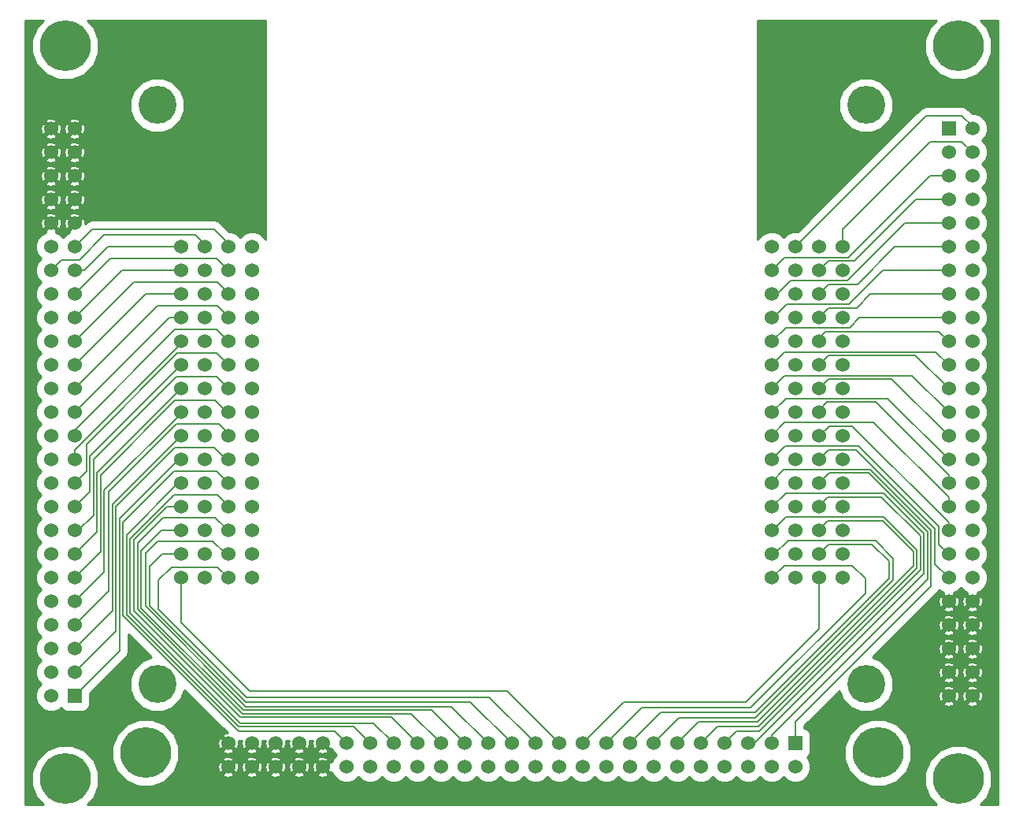
<source format=gtl>
G04 (created by PCBNEW-RS274X (2011-11-27 BZR 3249)-stable) date 15/05/2012 4:52:55 PM*
G01*
G70*
G90*
%MOIN*%
G04 Gerber Fmt 3.4, Leading zero omitted, Abs format*
%FSLAX34Y34*%
G04 APERTURE LIST*
%ADD10C,0.006000*%
%ADD11R,0.060000X0.060000*%
%ADD12C,0.060000*%
%ADD13C,0.215000*%
%ADD14C,0.160000*%
%ADD15C,0.007000*%
%ADD16C,0.010000*%
G04 APERTURE END LIST*
G54D10*
G54D11*
X11500Y-36000D03*
G54D12*
X10500Y-36000D03*
X11500Y-35000D03*
X10500Y-35000D03*
X11500Y-34000D03*
X10500Y-34000D03*
X11500Y-33000D03*
X10500Y-33000D03*
X11500Y-32000D03*
X10500Y-32000D03*
X11500Y-31000D03*
X10500Y-31000D03*
X11500Y-30000D03*
X10500Y-30000D03*
X11500Y-29000D03*
X10500Y-29000D03*
X11500Y-28000D03*
X10500Y-28000D03*
X11500Y-27000D03*
X10500Y-27000D03*
G54D13*
X11100Y-39500D03*
G54D12*
X11500Y-26000D03*
X10500Y-26000D03*
X11500Y-25000D03*
X10500Y-25000D03*
X11500Y-24000D03*
X10500Y-24000D03*
X11500Y-23000D03*
X10500Y-23000D03*
X11500Y-22000D03*
X10500Y-22000D03*
X11500Y-21000D03*
X10500Y-21000D03*
X11500Y-20000D03*
X10500Y-20000D03*
X11500Y-19000D03*
X10500Y-19000D03*
X11500Y-18000D03*
X10500Y-18000D03*
X11500Y-17000D03*
X10500Y-17000D03*
X11500Y-16000D03*
X10500Y-16000D03*
X11500Y-15000D03*
X10500Y-15000D03*
X11500Y-14000D03*
X10500Y-14000D03*
X11500Y-13000D03*
X10500Y-13000D03*
X11500Y-12000D03*
X10500Y-12000D03*
G54D13*
X11100Y-08500D03*
G54D14*
X15000Y-35500D03*
X45000Y-35500D03*
X15000Y-11000D03*
G54D11*
X48500Y-12000D03*
G54D12*
X49500Y-12000D03*
X48500Y-13000D03*
X49500Y-13000D03*
X48500Y-14000D03*
X49500Y-14000D03*
X48500Y-15000D03*
X49500Y-15000D03*
X48500Y-16000D03*
X49500Y-16000D03*
X48500Y-17000D03*
X49500Y-17000D03*
X48500Y-18000D03*
X49500Y-18000D03*
X48500Y-19000D03*
X49500Y-19000D03*
X48500Y-20000D03*
X49500Y-20000D03*
X48500Y-21000D03*
X49500Y-21000D03*
G54D13*
X48900Y-08500D03*
G54D12*
X48500Y-22000D03*
X49500Y-22000D03*
X48500Y-23000D03*
X49500Y-23000D03*
X48500Y-24000D03*
X49500Y-24000D03*
X48500Y-25000D03*
X49500Y-25000D03*
X48500Y-26000D03*
X49500Y-26000D03*
X48500Y-27000D03*
X49500Y-27000D03*
X48500Y-28000D03*
X49500Y-28000D03*
X48500Y-29000D03*
X49500Y-29000D03*
X48500Y-30000D03*
X49500Y-30000D03*
X48500Y-31000D03*
X49500Y-31000D03*
X48500Y-32000D03*
X49500Y-32000D03*
X48500Y-33000D03*
X49500Y-33000D03*
X48500Y-34000D03*
X49500Y-34000D03*
X48500Y-35000D03*
X49500Y-35000D03*
X48500Y-36000D03*
X49500Y-36000D03*
G54D13*
X48900Y-39500D03*
G54D11*
X42000Y-38000D03*
G54D12*
X42000Y-39000D03*
X41000Y-38000D03*
X41000Y-39000D03*
X40000Y-38000D03*
X40000Y-39000D03*
X39000Y-38000D03*
X39000Y-39000D03*
X38000Y-38000D03*
X38000Y-39000D03*
X37000Y-38000D03*
X37000Y-39000D03*
X36000Y-38000D03*
X36000Y-39000D03*
X35000Y-38000D03*
X35000Y-39000D03*
X34000Y-38000D03*
X34000Y-39000D03*
X33000Y-38000D03*
X33000Y-39000D03*
G54D13*
X45500Y-38400D03*
G54D12*
X32000Y-38000D03*
X32000Y-39000D03*
X31000Y-38000D03*
X31000Y-39000D03*
X30000Y-38000D03*
X30000Y-39000D03*
X29000Y-38000D03*
X29000Y-39000D03*
X28000Y-38000D03*
X28000Y-39000D03*
X27000Y-38000D03*
X27000Y-39000D03*
X26000Y-38000D03*
X26000Y-39000D03*
X25000Y-38000D03*
X25000Y-39000D03*
X24000Y-38000D03*
X24000Y-39000D03*
X23000Y-38000D03*
X23000Y-39000D03*
X22000Y-38000D03*
X22000Y-39000D03*
X21000Y-38000D03*
X21000Y-39000D03*
X20000Y-38000D03*
X20000Y-39000D03*
X19000Y-38000D03*
X19000Y-39000D03*
X18000Y-38000D03*
X18000Y-39000D03*
G54D13*
X14500Y-38400D03*
G54D14*
X45000Y-11000D03*
G54D12*
X41000Y-17000D03*
X42000Y-17000D03*
X43000Y-17000D03*
X44000Y-17000D03*
X41000Y-18000D03*
X42000Y-18000D03*
X43000Y-18000D03*
X44000Y-18000D03*
X41000Y-19000D03*
X42000Y-19000D03*
X43000Y-19000D03*
X44000Y-19000D03*
X41000Y-20000D03*
X42000Y-20000D03*
X43000Y-20000D03*
X44000Y-20000D03*
X41000Y-21000D03*
X42000Y-21000D03*
X43000Y-21000D03*
X44000Y-21000D03*
X41000Y-22000D03*
X42000Y-22000D03*
X43000Y-22000D03*
X44000Y-22000D03*
X41000Y-23000D03*
X42000Y-23000D03*
X43000Y-23000D03*
X44000Y-23000D03*
X41000Y-24000D03*
X42000Y-24000D03*
X43000Y-24000D03*
X44000Y-24000D03*
X41000Y-25000D03*
X42000Y-25000D03*
X43000Y-25000D03*
X44000Y-25000D03*
X41000Y-26000D03*
X42000Y-26000D03*
X43000Y-26000D03*
X44000Y-26000D03*
X41000Y-27000D03*
X42000Y-27000D03*
X43000Y-27000D03*
X44000Y-27000D03*
X41000Y-28000D03*
X42000Y-28000D03*
X43000Y-28000D03*
X44000Y-28000D03*
X41000Y-29000D03*
X42000Y-29000D03*
X43000Y-29000D03*
X44000Y-29000D03*
X41000Y-30000D03*
X42000Y-30000D03*
X43000Y-30000D03*
X44000Y-30000D03*
X41000Y-31000D03*
X42000Y-31000D03*
X43000Y-31000D03*
X44000Y-31000D03*
X16000Y-31000D03*
X17000Y-31000D03*
X18000Y-31000D03*
X19000Y-31000D03*
X16000Y-30000D03*
X17000Y-30000D03*
X18000Y-30000D03*
X19000Y-30000D03*
X16000Y-29000D03*
X17000Y-29000D03*
X18000Y-29000D03*
X19000Y-29000D03*
X16000Y-28000D03*
X17000Y-28000D03*
X18000Y-28000D03*
X19000Y-28000D03*
X16000Y-27000D03*
X17000Y-27000D03*
X18000Y-27000D03*
X19000Y-27000D03*
X16000Y-26000D03*
X17000Y-26000D03*
X18000Y-26000D03*
X19000Y-26000D03*
X16000Y-25000D03*
X17000Y-25000D03*
X18000Y-25000D03*
X19000Y-25000D03*
X16000Y-24000D03*
X17000Y-24000D03*
X18000Y-24000D03*
X19000Y-24000D03*
X16000Y-23000D03*
X17000Y-23000D03*
X18000Y-23000D03*
X19000Y-23000D03*
X16000Y-22000D03*
X17000Y-22000D03*
X18000Y-22000D03*
X19000Y-22000D03*
X16000Y-21000D03*
X17000Y-21000D03*
X18000Y-21000D03*
X19000Y-21000D03*
X16000Y-20000D03*
X17000Y-20000D03*
X18000Y-20000D03*
X19000Y-20000D03*
X16000Y-19000D03*
X17000Y-19000D03*
X18000Y-19000D03*
X19000Y-19000D03*
X16000Y-18000D03*
X17000Y-18000D03*
X18000Y-18000D03*
X19000Y-18000D03*
X16000Y-17000D03*
X17000Y-17000D03*
X18000Y-17000D03*
X19000Y-17000D03*
G54D15*
X16000Y-31000D02*
X16000Y-32900D01*
X29800Y-35800D02*
X32000Y-38000D01*
X18900Y-35800D02*
X29800Y-35800D01*
X16000Y-32900D02*
X18900Y-35800D01*
X16000Y-29000D02*
X15167Y-29000D01*
X26600Y-36600D02*
X28000Y-38000D01*
X18650Y-36600D02*
X26600Y-36600D01*
X14325Y-32275D02*
X18650Y-36600D01*
X14325Y-29842D02*
X14325Y-32275D01*
X15167Y-29000D02*
X14325Y-29842D01*
X18000Y-29000D02*
X17450Y-28450D01*
X25750Y-36750D02*
X27000Y-38000D01*
X18600Y-36750D02*
X25750Y-36750D01*
X14175Y-32325D02*
X18600Y-36750D01*
X14175Y-29517D02*
X14175Y-32325D01*
X15242Y-28450D02*
X14175Y-29517D01*
X17450Y-28450D02*
X15242Y-28450D01*
X18000Y-30000D02*
X17900Y-30000D01*
X27450Y-36450D02*
X29000Y-38000D01*
X18750Y-36450D02*
X27450Y-36450D01*
X14500Y-32200D02*
X18750Y-36450D01*
X14500Y-29950D02*
X14500Y-32200D01*
X15000Y-29450D02*
X14500Y-29950D01*
X17350Y-29450D02*
X15000Y-29450D01*
X17900Y-30000D02*
X17350Y-29450D01*
X16000Y-30000D02*
X15200Y-30000D01*
X28250Y-36250D02*
X30000Y-38000D01*
X18750Y-36250D02*
X28250Y-36250D01*
X14675Y-32175D02*
X18750Y-36250D01*
X14675Y-30525D02*
X14675Y-32175D01*
X15200Y-30000D02*
X14675Y-30525D01*
X41000Y-29000D02*
X41050Y-29000D01*
X38725Y-37275D02*
X38000Y-38000D01*
X40450Y-37275D02*
X38725Y-37275D01*
X47150Y-30575D02*
X40450Y-37275D01*
X47150Y-29825D02*
X47150Y-30575D01*
X45750Y-28425D02*
X47150Y-29825D01*
X41625Y-28425D02*
X45750Y-28425D01*
X41050Y-29000D02*
X41625Y-28425D01*
X43000Y-29000D02*
X43000Y-28967D01*
X37900Y-37100D02*
X37000Y-38000D01*
X40400Y-37100D02*
X37900Y-37100D01*
X47000Y-30500D02*
X40400Y-37100D01*
X47000Y-29875D02*
X47000Y-30500D01*
X45700Y-28575D02*
X47000Y-29875D01*
X43392Y-28575D02*
X45700Y-28575D01*
X43000Y-28967D02*
X43392Y-28575D01*
X43000Y-30000D02*
X43425Y-29575D01*
X36300Y-36700D02*
X35000Y-38000D01*
X40300Y-36700D02*
X36300Y-36700D01*
X45975Y-31025D02*
X40300Y-36700D01*
X45975Y-30300D02*
X45975Y-31025D01*
X45250Y-29575D02*
X45975Y-30300D01*
X43425Y-29575D02*
X45250Y-29575D01*
X41000Y-30000D02*
X41125Y-30000D01*
X37075Y-36925D02*
X36000Y-38000D01*
X40300Y-36925D02*
X37075Y-36925D01*
X46150Y-31075D02*
X40300Y-36925D01*
X46150Y-30175D02*
X46150Y-31075D01*
X45400Y-29425D02*
X46150Y-30175D01*
X41700Y-29425D02*
X45400Y-29425D01*
X41125Y-30000D02*
X41700Y-29425D01*
X41000Y-28000D02*
X41025Y-28000D01*
X40275Y-38000D02*
X40000Y-38000D01*
X47458Y-30817D02*
X40275Y-38000D01*
X47458Y-29133D02*
X47458Y-30817D01*
X45750Y-27425D02*
X47458Y-29133D01*
X41600Y-27425D02*
X45750Y-27425D01*
X41025Y-28000D02*
X41600Y-27425D01*
X43000Y-26000D02*
X43000Y-25992D01*
X47925Y-30425D02*
X48500Y-31000D01*
X47925Y-28917D02*
X47925Y-30425D01*
X44583Y-25575D02*
X47925Y-28917D01*
X43417Y-25575D02*
X44583Y-25575D01*
X43000Y-25992D02*
X43417Y-25575D01*
X43025Y-25000D02*
X43450Y-24575D01*
X43450Y-24575D02*
X44425Y-24575D01*
X44425Y-24575D02*
X48500Y-28650D01*
X48500Y-28650D02*
X48500Y-29000D01*
X43000Y-25000D02*
X43025Y-25000D01*
X41000Y-25000D02*
X41000Y-24975D01*
X48500Y-27600D02*
X48500Y-28000D01*
X45325Y-24425D02*
X48500Y-27600D01*
X41550Y-24425D02*
X45325Y-24425D01*
X41000Y-24975D02*
X41550Y-24425D01*
X16000Y-28000D02*
X15400Y-28000D01*
X24900Y-36900D02*
X26000Y-38000D01*
X18500Y-36900D02*
X24900Y-36900D01*
X14000Y-32400D02*
X18500Y-36900D01*
X14000Y-29400D02*
X14000Y-32400D01*
X15400Y-28000D02*
X14000Y-29400D01*
X16000Y-28000D02*
X16025Y-28000D01*
X18000Y-28000D02*
X18000Y-27950D01*
X24150Y-37150D02*
X25000Y-38000D01*
X18500Y-37150D02*
X24150Y-37150D01*
X13842Y-32492D02*
X18500Y-37150D01*
X13842Y-29358D02*
X13842Y-32492D01*
X15700Y-27500D02*
X13842Y-29358D01*
X17550Y-27500D02*
X15700Y-27500D01*
X18000Y-27950D02*
X17550Y-27500D01*
X18000Y-27000D02*
X17500Y-26500D01*
X22500Y-37500D02*
X23000Y-38000D01*
X18450Y-37500D02*
X22500Y-37500D01*
X13550Y-32600D02*
X18450Y-37500D01*
X13550Y-28650D02*
X13550Y-32600D01*
X15700Y-26500D02*
X13550Y-28650D01*
X17500Y-26500D02*
X15700Y-26500D01*
X16000Y-27000D02*
X16000Y-27000D01*
X15892Y-27000D02*
X13700Y-29192D01*
X13700Y-29192D02*
X13700Y-32550D01*
X13700Y-32550D02*
X18450Y-37300D01*
X18450Y-37300D02*
X23300Y-37300D01*
X23300Y-37300D02*
X24000Y-38000D01*
X16000Y-27000D02*
X15892Y-27000D01*
X41000Y-31000D02*
X41025Y-31000D01*
X35500Y-36500D02*
X34000Y-38000D01*
X40125Y-36500D02*
X35500Y-36500D01*
X44975Y-31650D02*
X40125Y-36500D01*
X44975Y-31025D02*
X44975Y-31650D01*
X44425Y-30475D02*
X44975Y-31025D01*
X41550Y-30475D02*
X44425Y-30475D01*
X41025Y-31000D02*
X41550Y-30475D01*
X43000Y-31000D02*
X43000Y-33150D01*
X34750Y-36250D02*
X33000Y-38000D01*
X39900Y-36250D02*
X34750Y-36250D01*
X43000Y-33150D02*
X39900Y-36250D01*
X18000Y-31000D02*
X17550Y-30550D01*
X29050Y-36050D02*
X31000Y-38000D01*
X18792Y-36050D02*
X29050Y-36050D01*
X15050Y-32308D02*
X18792Y-36050D01*
X15050Y-31100D02*
X15050Y-32308D01*
X15600Y-30550D02*
X15050Y-31100D01*
X17550Y-30550D02*
X15600Y-30550D01*
X43000Y-28000D02*
X43000Y-27967D01*
X39525Y-37475D02*
X39000Y-38000D01*
X40475Y-37475D02*
X39525Y-37475D01*
X47300Y-30650D02*
X40475Y-37475D01*
X47300Y-29225D02*
X47300Y-30650D01*
X45650Y-27575D02*
X47300Y-29225D01*
X43392Y-27575D02*
X45650Y-27575D01*
X43000Y-27967D02*
X43392Y-27575D01*
X43000Y-27000D02*
X43017Y-27000D01*
X41000Y-37650D02*
X41000Y-38000D01*
X47600Y-31050D02*
X41000Y-37650D01*
X47600Y-29050D02*
X47600Y-31050D01*
X45117Y-26567D02*
X47600Y-29050D01*
X43450Y-26567D02*
X45117Y-26567D01*
X43017Y-27000D02*
X43450Y-26567D01*
X41000Y-26950D02*
X41525Y-26425D01*
X41525Y-26425D02*
X45175Y-26425D01*
X45175Y-26425D02*
X47750Y-29000D01*
X47750Y-29000D02*
X47750Y-31350D01*
X47750Y-31350D02*
X42000Y-37100D01*
X42000Y-37100D02*
X42000Y-38000D01*
X41000Y-27000D02*
X41000Y-26950D01*
X43000Y-22000D02*
X43000Y-21992D01*
X47092Y-21592D02*
X48500Y-23000D01*
X43400Y-21592D02*
X47092Y-21592D01*
X43000Y-21992D02*
X43400Y-21592D01*
X41000Y-20000D02*
X41075Y-20000D01*
X45700Y-18000D02*
X48500Y-18000D01*
X44275Y-19425D02*
X45700Y-18000D01*
X41650Y-19425D02*
X44275Y-19425D01*
X41075Y-20000D02*
X41650Y-19425D01*
X43000Y-24000D02*
X43000Y-23925D01*
X48500Y-26650D02*
X48500Y-27000D01*
X45417Y-23567D02*
X48500Y-26650D01*
X43358Y-23567D02*
X45417Y-23567D01*
X43000Y-23925D02*
X43358Y-23567D01*
X41550Y-21450D02*
X47950Y-21450D01*
X47950Y-21450D02*
X48500Y-22000D01*
X41000Y-22000D02*
X41550Y-21450D01*
X43000Y-18992D02*
X43417Y-18575D01*
X43417Y-18575D02*
X44650Y-18575D01*
X44650Y-18575D02*
X46225Y-17000D01*
X46225Y-17000D02*
X48500Y-17000D01*
X43000Y-19000D02*
X43000Y-18992D01*
X41250Y-19000D02*
X41825Y-18425D01*
X41825Y-18425D02*
X44225Y-18425D01*
X44225Y-18425D02*
X46650Y-16000D01*
X46650Y-16000D02*
X48500Y-16000D01*
X41000Y-19000D02*
X41250Y-19000D01*
X41025Y-24000D02*
X41600Y-23425D01*
X41600Y-23425D02*
X45925Y-23425D01*
X45925Y-23425D02*
X48500Y-26000D01*
X41000Y-24000D02*
X41025Y-24000D01*
X43000Y-21000D02*
X43000Y-20867D01*
X48075Y-20575D02*
X48500Y-21000D01*
X43292Y-20575D02*
X48075Y-20575D01*
X43000Y-20867D02*
X43292Y-20575D01*
X41000Y-26000D02*
X41575Y-25425D01*
X48075Y-29575D02*
X48500Y-30000D01*
X48075Y-28825D02*
X48075Y-29575D01*
X44675Y-25425D02*
X48075Y-28825D01*
X41575Y-25425D02*
X44675Y-25425D01*
X43017Y-23000D02*
X43425Y-22592D01*
X43425Y-22592D02*
X46092Y-22592D01*
X46092Y-22592D02*
X48500Y-25000D01*
X43000Y-23000D02*
X43017Y-23000D01*
X41025Y-21000D02*
X41600Y-20425D01*
X41600Y-20425D02*
X44300Y-20425D01*
X44300Y-20425D02*
X44725Y-20000D01*
X44725Y-20000D02*
X48500Y-20000D01*
X41000Y-21000D02*
X41025Y-21000D01*
X41000Y-23000D02*
X41550Y-22450D01*
X46950Y-22450D02*
X48500Y-24000D01*
X41550Y-22450D02*
X46950Y-22450D01*
X43000Y-20000D02*
X43425Y-19575D01*
X45175Y-19000D02*
X48500Y-19000D01*
X44600Y-19575D02*
X45175Y-19000D01*
X43425Y-19575D02*
X44600Y-19575D01*
X43000Y-18000D02*
X43000Y-17992D01*
X47100Y-15000D02*
X48500Y-15000D01*
X44508Y-17592D02*
X47100Y-15000D01*
X43400Y-17592D02*
X44508Y-17592D01*
X43000Y-17992D02*
X43400Y-17592D01*
X41000Y-18000D02*
X41550Y-17450D01*
X47700Y-14000D02*
X48500Y-14000D01*
X44250Y-17450D02*
X47700Y-14000D01*
X41550Y-17450D02*
X44250Y-17450D01*
X44000Y-17000D02*
X44000Y-16250D01*
X49050Y-12550D02*
X49500Y-13000D01*
X47700Y-12550D02*
X49050Y-12550D01*
X44000Y-16250D02*
X47700Y-12550D01*
X49500Y-12000D02*
X49500Y-11900D01*
X47550Y-11450D02*
X42000Y-17000D01*
X49050Y-11450D02*
X47550Y-11450D01*
X49500Y-11900D02*
X49050Y-11450D01*
X16000Y-19000D02*
X14500Y-19000D01*
X14500Y-19000D02*
X11500Y-22000D01*
X11500Y-26000D02*
X11500Y-25600D01*
X16000Y-21100D02*
X16000Y-21000D01*
X11500Y-25600D02*
X16000Y-21100D01*
X18000Y-21000D02*
X17500Y-20500D01*
X11500Y-25000D02*
X11500Y-25000D01*
X11500Y-24750D02*
X11500Y-25000D01*
X15750Y-20500D02*
X11500Y-24750D01*
X17500Y-20500D02*
X15750Y-20500D01*
X18000Y-22000D02*
X17500Y-21500D01*
X12000Y-26500D02*
X11500Y-27000D01*
X12000Y-25350D02*
X12000Y-26500D01*
X15850Y-21500D02*
X12000Y-25350D01*
X17500Y-21500D02*
X15850Y-21500D01*
X16000Y-22000D02*
X16000Y-22000D01*
X12150Y-27350D02*
X11500Y-28000D01*
X12150Y-25850D02*
X12150Y-27350D01*
X16000Y-22000D02*
X12150Y-25850D01*
X16000Y-22000D02*
X16000Y-22000D01*
X11500Y-18000D02*
X11900Y-18000D01*
X12900Y-17000D02*
X16000Y-17000D01*
X11900Y-18000D02*
X12900Y-17000D01*
X17000Y-17000D02*
X17000Y-16900D01*
X10950Y-17550D02*
X10500Y-18000D01*
X11700Y-17550D02*
X10950Y-17550D01*
X12750Y-16500D02*
X11700Y-17550D01*
X16600Y-16500D02*
X12750Y-16500D01*
X17000Y-16900D02*
X16600Y-16500D01*
X18000Y-16850D02*
X17400Y-16250D01*
X17400Y-16250D02*
X12250Y-16250D01*
X12250Y-16250D02*
X11500Y-17000D01*
X18000Y-17000D02*
X18000Y-16850D01*
X17500Y-17500D02*
X13000Y-17500D01*
X13000Y-17500D02*
X11500Y-19000D01*
X18000Y-18000D02*
X17500Y-17500D01*
X13500Y-18000D02*
X11500Y-20000D01*
X16000Y-18000D02*
X13500Y-18000D01*
X18000Y-20000D02*
X18000Y-19950D01*
X15000Y-19500D02*
X11500Y-23000D01*
X17550Y-19500D02*
X15000Y-19500D01*
X18000Y-19950D02*
X17550Y-19500D01*
X16000Y-20000D02*
X15500Y-20000D01*
X15500Y-20000D02*
X11500Y-24000D01*
X16000Y-20000D02*
X16000Y-20000D01*
X18000Y-23000D02*
X17500Y-22500D01*
X11650Y-29000D02*
X11500Y-29000D01*
X12300Y-28350D02*
X11650Y-29000D01*
X12300Y-26000D02*
X12300Y-28350D01*
X15800Y-22500D02*
X12300Y-26000D01*
X17500Y-22500D02*
X15800Y-22500D01*
X16000Y-23000D02*
X12450Y-26550D01*
X12450Y-29050D02*
X11500Y-30000D01*
X12450Y-26550D02*
X12450Y-29050D01*
X16025Y-23000D02*
X16000Y-23000D01*
X16000Y-26000D02*
X15900Y-26000D01*
X13400Y-34100D02*
X11500Y-36000D01*
X13400Y-28500D02*
X13400Y-34100D01*
X15900Y-26000D02*
X13400Y-28500D01*
X16000Y-26000D02*
X16000Y-26000D01*
X18000Y-26000D02*
X17900Y-26000D01*
X13250Y-33250D02*
X11500Y-35000D01*
X13250Y-28000D02*
X13250Y-33250D01*
X15750Y-25500D02*
X13250Y-28000D01*
X17400Y-25500D02*
X15750Y-25500D01*
X17900Y-26000D02*
X17400Y-25500D01*
X18000Y-25000D02*
X18000Y-24900D01*
X12950Y-31550D02*
X11500Y-33000D01*
X12950Y-27350D02*
X12950Y-31550D01*
X15800Y-24500D02*
X12950Y-27350D01*
X17600Y-24500D02*
X15800Y-24500D01*
X18000Y-24900D02*
X17600Y-24500D01*
X16000Y-25000D02*
X13100Y-27900D01*
X13100Y-32400D02*
X11500Y-34000D01*
X13100Y-27900D02*
X13100Y-32400D01*
X16050Y-25000D02*
X16000Y-25000D01*
X18000Y-24000D02*
X17950Y-24000D01*
X12600Y-29900D02*
X11500Y-31000D01*
X12600Y-26650D02*
X12600Y-29900D01*
X15750Y-23500D02*
X12600Y-26650D01*
X17450Y-23500D02*
X15750Y-23500D01*
X17950Y-24000D02*
X17450Y-23500D01*
X16000Y-24000D02*
X16000Y-24050D01*
X12750Y-30750D02*
X11500Y-32000D01*
X12750Y-27300D02*
X12750Y-30750D01*
X16000Y-24050D02*
X12750Y-27300D01*
X16000Y-24000D02*
X16025Y-24000D01*
X18000Y-19000D02*
X18000Y-18950D01*
X14000Y-18500D02*
X11500Y-21000D01*
X17550Y-18500D02*
X14000Y-18500D01*
X18000Y-18950D02*
X17550Y-18500D01*
G54D10*
G36*
X50575Y-40575D02*
X49838Y-40575D01*
X50106Y-40308D01*
X50324Y-39784D01*
X50324Y-39218D01*
X50108Y-38695D01*
X49946Y-38532D01*
X49946Y-36056D01*
X49946Y-35056D01*
X49946Y-34056D01*
X49946Y-33056D01*
X49946Y-32056D01*
X49933Y-31880D01*
X49891Y-31777D01*
X49825Y-31746D01*
X49571Y-32000D01*
X49825Y-32254D01*
X49891Y-32223D01*
X49946Y-32056D01*
X49946Y-33056D01*
X49933Y-32880D01*
X49891Y-32777D01*
X49825Y-32746D01*
X49754Y-32817D01*
X49754Y-32675D01*
X49754Y-32325D01*
X49500Y-32071D01*
X49429Y-32142D01*
X49429Y-32000D01*
X49175Y-31746D01*
X49109Y-31777D01*
X49054Y-31944D01*
X49067Y-32120D01*
X49109Y-32223D01*
X49175Y-32254D01*
X49429Y-32000D01*
X49429Y-32142D01*
X49246Y-32325D01*
X49277Y-32391D01*
X49444Y-32446D01*
X49620Y-32433D01*
X49723Y-32391D01*
X49754Y-32325D01*
X49754Y-32675D01*
X49723Y-32609D01*
X49556Y-32554D01*
X49380Y-32567D01*
X49277Y-32609D01*
X49246Y-32675D01*
X49500Y-32929D01*
X49754Y-32675D01*
X49754Y-32817D01*
X49571Y-33000D01*
X49825Y-33254D01*
X49891Y-33223D01*
X49946Y-33056D01*
X49946Y-34056D01*
X49933Y-33880D01*
X49891Y-33777D01*
X49825Y-33746D01*
X49754Y-33817D01*
X49754Y-33675D01*
X49754Y-33325D01*
X49500Y-33071D01*
X49429Y-33142D01*
X49429Y-33000D01*
X49175Y-32746D01*
X49109Y-32777D01*
X49054Y-32944D01*
X49067Y-33120D01*
X49109Y-33223D01*
X49175Y-33254D01*
X49429Y-33000D01*
X49429Y-33142D01*
X49246Y-33325D01*
X49277Y-33391D01*
X49444Y-33446D01*
X49620Y-33433D01*
X49723Y-33391D01*
X49754Y-33325D01*
X49754Y-33675D01*
X49723Y-33609D01*
X49556Y-33554D01*
X49380Y-33567D01*
X49277Y-33609D01*
X49246Y-33675D01*
X49500Y-33929D01*
X49754Y-33675D01*
X49754Y-33817D01*
X49571Y-34000D01*
X49825Y-34254D01*
X49891Y-34223D01*
X49946Y-34056D01*
X49946Y-35056D01*
X49933Y-34880D01*
X49891Y-34777D01*
X49825Y-34746D01*
X49754Y-34817D01*
X49754Y-34675D01*
X49754Y-34325D01*
X49500Y-34071D01*
X49429Y-34142D01*
X49429Y-34000D01*
X49175Y-33746D01*
X49109Y-33777D01*
X49054Y-33944D01*
X49067Y-34120D01*
X49109Y-34223D01*
X49175Y-34254D01*
X49429Y-34000D01*
X49429Y-34142D01*
X49246Y-34325D01*
X49277Y-34391D01*
X49444Y-34446D01*
X49620Y-34433D01*
X49723Y-34391D01*
X49754Y-34325D01*
X49754Y-34675D01*
X49723Y-34609D01*
X49556Y-34554D01*
X49380Y-34567D01*
X49277Y-34609D01*
X49246Y-34675D01*
X49500Y-34929D01*
X49754Y-34675D01*
X49754Y-34817D01*
X49571Y-35000D01*
X49825Y-35254D01*
X49891Y-35223D01*
X49946Y-35056D01*
X49946Y-36056D01*
X49933Y-35880D01*
X49891Y-35777D01*
X49825Y-35746D01*
X49754Y-35817D01*
X49754Y-35675D01*
X49754Y-35325D01*
X49500Y-35071D01*
X49429Y-35142D01*
X49429Y-35000D01*
X49175Y-34746D01*
X49109Y-34777D01*
X49054Y-34944D01*
X49067Y-35120D01*
X49109Y-35223D01*
X49175Y-35254D01*
X49429Y-35000D01*
X49429Y-35142D01*
X49246Y-35325D01*
X49277Y-35391D01*
X49444Y-35446D01*
X49620Y-35433D01*
X49723Y-35391D01*
X49754Y-35325D01*
X49754Y-35675D01*
X49723Y-35609D01*
X49556Y-35554D01*
X49380Y-35567D01*
X49277Y-35609D01*
X49246Y-35675D01*
X49500Y-35929D01*
X49754Y-35675D01*
X49754Y-35817D01*
X49571Y-36000D01*
X49825Y-36254D01*
X49891Y-36223D01*
X49946Y-36056D01*
X49946Y-38532D01*
X49754Y-38340D01*
X49754Y-36325D01*
X49500Y-36071D01*
X49429Y-36142D01*
X49429Y-36000D01*
X49175Y-35746D01*
X49109Y-35777D01*
X49054Y-35944D01*
X49067Y-36120D01*
X49109Y-36223D01*
X49175Y-36254D01*
X49429Y-36000D01*
X49429Y-36142D01*
X49246Y-36325D01*
X49277Y-36391D01*
X49444Y-36446D01*
X49620Y-36433D01*
X49723Y-36391D01*
X49754Y-36325D01*
X49754Y-38340D01*
X49708Y-38294D01*
X49184Y-38076D01*
X48946Y-38076D01*
X48946Y-36056D01*
X48946Y-35056D01*
X48946Y-34056D01*
X48946Y-33056D01*
X48946Y-32056D01*
X48933Y-31880D01*
X48891Y-31777D01*
X48825Y-31746D01*
X48571Y-32000D01*
X48825Y-32254D01*
X48891Y-32223D01*
X48946Y-32056D01*
X48946Y-33056D01*
X48933Y-32880D01*
X48891Y-32777D01*
X48825Y-32746D01*
X48754Y-32817D01*
X48754Y-32675D01*
X48754Y-32325D01*
X48500Y-32071D01*
X48429Y-32142D01*
X48429Y-32000D01*
X48175Y-31746D01*
X48109Y-31777D01*
X48054Y-31944D01*
X48067Y-32120D01*
X48109Y-32223D01*
X48175Y-32254D01*
X48429Y-32000D01*
X48429Y-32142D01*
X48246Y-32325D01*
X48277Y-32391D01*
X48444Y-32446D01*
X48620Y-32433D01*
X48723Y-32391D01*
X48754Y-32325D01*
X48754Y-32675D01*
X48723Y-32609D01*
X48556Y-32554D01*
X48380Y-32567D01*
X48277Y-32609D01*
X48246Y-32675D01*
X48500Y-32929D01*
X48754Y-32675D01*
X48754Y-32817D01*
X48571Y-33000D01*
X48825Y-33254D01*
X48891Y-33223D01*
X48946Y-33056D01*
X48946Y-34056D01*
X48933Y-33880D01*
X48891Y-33777D01*
X48825Y-33746D01*
X48754Y-33817D01*
X48754Y-33675D01*
X48754Y-33325D01*
X48500Y-33071D01*
X48429Y-33142D01*
X48429Y-33000D01*
X48175Y-32746D01*
X48109Y-32777D01*
X48054Y-32944D01*
X48067Y-33120D01*
X48109Y-33223D01*
X48175Y-33254D01*
X48429Y-33000D01*
X48429Y-33142D01*
X48246Y-33325D01*
X48277Y-33391D01*
X48444Y-33446D01*
X48620Y-33433D01*
X48723Y-33391D01*
X48754Y-33325D01*
X48754Y-33675D01*
X48723Y-33609D01*
X48556Y-33554D01*
X48380Y-33567D01*
X48277Y-33609D01*
X48246Y-33675D01*
X48500Y-33929D01*
X48754Y-33675D01*
X48754Y-33817D01*
X48571Y-34000D01*
X48825Y-34254D01*
X48891Y-34223D01*
X48946Y-34056D01*
X48946Y-35056D01*
X48933Y-34880D01*
X48891Y-34777D01*
X48825Y-34746D01*
X48754Y-34817D01*
X48754Y-34675D01*
X48754Y-34325D01*
X48500Y-34071D01*
X48429Y-34142D01*
X48429Y-34000D01*
X48175Y-33746D01*
X48109Y-33777D01*
X48054Y-33944D01*
X48067Y-34120D01*
X48109Y-34223D01*
X48175Y-34254D01*
X48429Y-34000D01*
X48429Y-34142D01*
X48246Y-34325D01*
X48277Y-34391D01*
X48444Y-34446D01*
X48620Y-34433D01*
X48723Y-34391D01*
X48754Y-34325D01*
X48754Y-34675D01*
X48723Y-34609D01*
X48556Y-34554D01*
X48380Y-34567D01*
X48277Y-34609D01*
X48246Y-34675D01*
X48500Y-34929D01*
X48754Y-34675D01*
X48754Y-34817D01*
X48571Y-35000D01*
X48825Y-35254D01*
X48891Y-35223D01*
X48946Y-35056D01*
X48946Y-36056D01*
X48933Y-35880D01*
X48891Y-35777D01*
X48825Y-35746D01*
X48754Y-35817D01*
X48754Y-35675D01*
X48754Y-35325D01*
X48500Y-35071D01*
X48429Y-35142D01*
X48429Y-35000D01*
X48175Y-34746D01*
X48109Y-34777D01*
X48054Y-34944D01*
X48067Y-35120D01*
X48109Y-35223D01*
X48175Y-35254D01*
X48429Y-35000D01*
X48429Y-35142D01*
X48246Y-35325D01*
X48277Y-35391D01*
X48444Y-35446D01*
X48620Y-35433D01*
X48723Y-35391D01*
X48754Y-35325D01*
X48754Y-35675D01*
X48723Y-35609D01*
X48556Y-35554D01*
X48380Y-35567D01*
X48277Y-35609D01*
X48246Y-35675D01*
X48500Y-35929D01*
X48754Y-35675D01*
X48754Y-35817D01*
X48571Y-36000D01*
X48825Y-36254D01*
X48891Y-36223D01*
X48946Y-36056D01*
X48946Y-38076D01*
X48754Y-38076D01*
X48754Y-36325D01*
X48500Y-36071D01*
X48429Y-36142D01*
X48429Y-36000D01*
X48175Y-35746D01*
X48109Y-35777D01*
X48054Y-35944D01*
X48067Y-36120D01*
X48109Y-36223D01*
X48175Y-36254D01*
X48429Y-36000D01*
X48429Y-36142D01*
X48246Y-36325D01*
X48277Y-36391D01*
X48444Y-36446D01*
X48620Y-36433D01*
X48723Y-36391D01*
X48754Y-36325D01*
X48754Y-38076D01*
X48618Y-38076D01*
X48095Y-38292D01*
X47694Y-38692D01*
X47476Y-39216D01*
X47476Y-39782D01*
X47692Y-40305D01*
X47961Y-40575D01*
X46924Y-40575D01*
X46924Y-38684D01*
X46924Y-38118D01*
X46708Y-37595D01*
X46308Y-37194D01*
X45784Y-36976D01*
X45218Y-36976D01*
X44695Y-37192D01*
X44294Y-37592D01*
X44076Y-38116D01*
X44076Y-38682D01*
X44292Y-39205D01*
X44692Y-39606D01*
X45216Y-39824D01*
X45782Y-39824D01*
X46305Y-39608D01*
X46706Y-39208D01*
X46924Y-38684D01*
X46924Y-40575D01*
X22254Y-40575D01*
X22254Y-39325D01*
X22000Y-39071D01*
X21929Y-39142D01*
X21929Y-39000D01*
X21675Y-38746D01*
X21609Y-38777D01*
X21554Y-38944D01*
X21567Y-39120D01*
X21609Y-39223D01*
X21675Y-39254D01*
X21929Y-39000D01*
X21929Y-39142D01*
X21746Y-39325D01*
X21777Y-39391D01*
X21944Y-39446D01*
X22120Y-39433D01*
X22223Y-39391D01*
X22254Y-39325D01*
X22254Y-40575D01*
X21446Y-40575D01*
X21446Y-39056D01*
X21433Y-38880D01*
X21391Y-38777D01*
X21325Y-38746D01*
X21254Y-38817D01*
X21254Y-38675D01*
X21254Y-38325D01*
X21000Y-38071D01*
X20746Y-38325D01*
X20777Y-38391D01*
X20944Y-38446D01*
X21120Y-38433D01*
X21223Y-38391D01*
X21254Y-38325D01*
X21254Y-38675D01*
X21223Y-38609D01*
X21056Y-38554D01*
X20880Y-38567D01*
X20777Y-38609D01*
X20746Y-38675D01*
X21000Y-38929D01*
X21254Y-38675D01*
X21254Y-38817D01*
X21071Y-39000D01*
X21325Y-39254D01*
X21391Y-39223D01*
X21446Y-39056D01*
X21446Y-40575D01*
X21254Y-40575D01*
X21254Y-39325D01*
X21000Y-39071D01*
X20929Y-39142D01*
X20929Y-39000D01*
X20675Y-38746D01*
X20609Y-38777D01*
X20554Y-38944D01*
X20567Y-39120D01*
X20609Y-39223D01*
X20675Y-39254D01*
X20929Y-39000D01*
X20929Y-39142D01*
X20746Y-39325D01*
X20777Y-39391D01*
X20944Y-39446D01*
X21120Y-39433D01*
X21223Y-39391D01*
X21254Y-39325D01*
X21254Y-40575D01*
X20446Y-40575D01*
X20446Y-39056D01*
X20433Y-38880D01*
X20391Y-38777D01*
X20325Y-38746D01*
X20254Y-38817D01*
X20254Y-38675D01*
X20254Y-38325D01*
X20000Y-38071D01*
X19746Y-38325D01*
X19777Y-38391D01*
X19944Y-38446D01*
X20120Y-38433D01*
X20223Y-38391D01*
X20254Y-38325D01*
X20254Y-38675D01*
X20223Y-38609D01*
X20056Y-38554D01*
X19880Y-38567D01*
X19777Y-38609D01*
X19746Y-38675D01*
X20000Y-38929D01*
X20254Y-38675D01*
X20254Y-38817D01*
X20071Y-39000D01*
X20325Y-39254D01*
X20391Y-39223D01*
X20446Y-39056D01*
X20446Y-40575D01*
X20254Y-40575D01*
X20254Y-39325D01*
X20000Y-39071D01*
X19929Y-39142D01*
X19929Y-39000D01*
X19675Y-38746D01*
X19609Y-38777D01*
X19554Y-38944D01*
X19567Y-39120D01*
X19609Y-39223D01*
X19675Y-39254D01*
X19929Y-39000D01*
X19929Y-39142D01*
X19746Y-39325D01*
X19777Y-39391D01*
X19944Y-39446D01*
X20120Y-39433D01*
X20223Y-39391D01*
X20254Y-39325D01*
X20254Y-40575D01*
X19446Y-40575D01*
X19446Y-39056D01*
X19433Y-38880D01*
X19391Y-38777D01*
X19325Y-38746D01*
X19254Y-38817D01*
X19254Y-38675D01*
X19254Y-38325D01*
X19000Y-38071D01*
X18746Y-38325D01*
X18777Y-38391D01*
X18944Y-38446D01*
X19120Y-38433D01*
X19223Y-38391D01*
X19254Y-38325D01*
X19254Y-38675D01*
X19223Y-38609D01*
X19056Y-38554D01*
X18880Y-38567D01*
X18777Y-38609D01*
X18746Y-38675D01*
X19000Y-38929D01*
X19254Y-38675D01*
X19254Y-38817D01*
X19071Y-39000D01*
X19325Y-39254D01*
X19391Y-39223D01*
X19446Y-39056D01*
X19446Y-40575D01*
X19254Y-40575D01*
X19254Y-39325D01*
X19000Y-39071D01*
X18929Y-39142D01*
X18929Y-39000D01*
X18675Y-38746D01*
X18609Y-38777D01*
X18554Y-38944D01*
X18567Y-39120D01*
X18609Y-39223D01*
X18675Y-39254D01*
X18929Y-39000D01*
X18929Y-39142D01*
X18746Y-39325D01*
X18777Y-39391D01*
X18944Y-39446D01*
X19120Y-39433D01*
X19223Y-39391D01*
X19254Y-39325D01*
X19254Y-40575D01*
X18446Y-40575D01*
X18446Y-39056D01*
X18433Y-38880D01*
X18391Y-38777D01*
X18325Y-38746D01*
X18254Y-38817D01*
X18254Y-38675D01*
X18254Y-38325D01*
X18000Y-38071D01*
X17929Y-38142D01*
X17929Y-38000D01*
X17675Y-37746D01*
X17609Y-37777D01*
X17554Y-37944D01*
X17567Y-38120D01*
X17609Y-38223D01*
X17675Y-38254D01*
X17929Y-38000D01*
X17929Y-38142D01*
X17746Y-38325D01*
X17777Y-38391D01*
X17944Y-38446D01*
X18120Y-38433D01*
X18223Y-38391D01*
X18254Y-38325D01*
X18254Y-38675D01*
X18223Y-38609D01*
X18056Y-38554D01*
X17880Y-38567D01*
X17777Y-38609D01*
X17746Y-38675D01*
X18000Y-38929D01*
X18254Y-38675D01*
X18254Y-38817D01*
X18071Y-39000D01*
X18325Y-39254D01*
X18391Y-39223D01*
X18446Y-39056D01*
X18446Y-40575D01*
X18254Y-40575D01*
X18254Y-39325D01*
X18000Y-39071D01*
X17929Y-39142D01*
X17929Y-39000D01*
X17675Y-38746D01*
X17609Y-38777D01*
X17554Y-38944D01*
X17567Y-39120D01*
X17609Y-39223D01*
X17675Y-39254D01*
X17929Y-39000D01*
X17929Y-39142D01*
X17746Y-39325D01*
X17777Y-39391D01*
X17944Y-39446D01*
X18120Y-39433D01*
X18223Y-39391D01*
X18254Y-39325D01*
X18254Y-40575D01*
X15924Y-40575D01*
X15924Y-38684D01*
X15924Y-38118D01*
X15708Y-37595D01*
X15308Y-37194D01*
X14784Y-36976D01*
X14218Y-36976D01*
X13695Y-37192D01*
X13294Y-37592D01*
X13076Y-38116D01*
X13076Y-38682D01*
X13292Y-39205D01*
X13692Y-39606D01*
X14216Y-39824D01*
X14782Y-39824D01*
X15305Y-39608D01*
X15706Y-39208D01*
X15924Y-38684D01*
X15924Y-40575D01*
X12038Y-40575D01*
X12306Y-40308D01*
X12524Y-39784D01*
X12524Y-39218D01*
X12308Y-38695D01*
X11908Y-38294D01*
X11384Y-38076D01*
X10818Y-38076D01*
X10295Y-38292D01*
X09894Y-38692D01*
X09676Y-39216D01*
X09676Y-39782D01*
X09892Y-40305D01*
X10161Y-40575D01*
X09425Y-40575D01*
X09425Y-07425D01*
X10161Y-07425D01*
X09894Y-07692D01*
X09676Y-08216D01*
X09676Y-08782D01*
X09892Y-09305D01*
X10292Y-09706D01*
X10816Y-09924D01*
X11382Y-09924D01*
X11905Y-09708D01*
X12306Y-09308D01*
X12524Y-08784D01*
X12524Y-08218D01*
X12308Y-07695D01*
X12038Y-07425D01*
X19575Y-07425D01*
X19575Y-16692D01*
X19550Y-16632D01*
X19368Y-16450D01*
X19129Y-16351D01*
X18871Y-16351D01*
X18632Y-16450D01*
X18500Y-16582D01*
X18368Y-16450D01*
X18129Y-16351D01*
X18045Y-16351D01*
X17672Y-15978D01*
X17548Y-15894D01*
X17400Y-15865D01*
X16150Y-15865D01*
X16150Y-11229D01*
X16150Y-10772D01*
X15975Y-10349D01*
X15652Y-10026D01*
X15229Y-09850D01*
X14772Y-09850D01*
X14349Y-10025D01*
X14026Y-10348D01*
X13850Y-10771D01*
X13850Y-11228D01*
X14025Y-11651D01*
X14348Y-11974D01*
X14771Y-12150D01*
X15228Y-12150D01*
X15651Y-11975D01*
X15974Y-11652D01*
X16150Y-11229D01*
X16150Y-15865D01*
X12250Y-15865D01*
X12103Y-15894D01*
X12061Y-15922D01*
X11977Y-15978D01*
X11946Y-16008D01*
X11946Y-15056D01*
X11946Y-14056D01*
X11946Y-13056D01*
X11946Y-12056D01*
X11933Y-11880D01*
X11891Y-11777D01*
X11825Y-11746D01*
X11754Y-11817D01*
X11754Y-11675D01*
X11723Y-11609D01*
X11556Y-11554D01*
X11380Y-11567D01*
X11277Y-11609D01*
X11246Y-11675D01*
X11500Y-11929D01*
X11754Y-11675D01*
X11754Y-11817D01*
X11571Y-12000D01*
X11825Y-12254D01*
X11891Y-12223D01*
X11946Y-12056D01*
X11946Y-13056D01*
X11933Y-12880D01*
X11891Y-12777D01*
X11825Y-12746D01*
X11754Y-12817D01*
X11754Y-12675D01*
X11754Y-12325D01*
X11500Y-12071D01*
X11429Y-12142D01*
X11429Y-12000D01*
X11175Y-11746D01*
X11109Y-11777D01*
X11054Y-11944D01*
X11067Y-12120D01*
X11109Y-12223D01*
X11175Y-12254D01*
X11429Y-12000D01*
X11429Y-12142D01*
X11246Y-12325D01*
X11277Y-12391D01*
X11444Y-12446D01*
X11620Y-12433D01*
X11723Y-12391D01*
X11754Y-12325D01*
X11754Y-12675D01*
X11723Y-12609D01*
X11556Y-12554D01*
X11380Y-12567D01*
X11277Y-12609D01*
X11246Y-12675D01*
X11500Y-12929D01*
X11754Y-12675D01*
X11754Y-12817D01*
X11571Y-13000D01*
X11825Y-13254D01*
X11891Y-13223D01*
X11946Y-13056D01*
X11946Y-14056D01*
X11933Y-13880D01*
X11891Y-13777D01*
X11825Y-13746D01*
X11754Y-13817D01*
X11754Y-13675D01*
X11754Y-13325D01*
X11500Y-13071D01*
X11429Y-13142D01*
X11429Y-13000D01*
X11175Y-12746D01*
X11109Y-12777D01*
X11054Y-12944D01*
X11067Y-13120D01*
X11109Y-13223D01*
X11175Y-13254D01*
X11429Y-13000D01*
X11429Y-13142D01*
X11246Y-13325D01*
X11277Y-13391D01*
X11444Y-13446D01*
X11620Y-13433D01*
X11723Y-13391D01*
X11754Y-13325D01*
X11754Y-13675D01*
X11723Y-13609D01*
X11556Y-13554D01*
X11380Y-13567D01*
X11277Y-13609D01*
X11246Y-13675D01*
X11500Y-13929D01*
X11754Y-13675D01*
X11754Y-13817D01*
X11571Y-14000D01*
X11825Y-14254D01*
X11891Y-14223D01*
X11946Y-14056D01*
X11946Y-15056D01*
X11933Y-14880D01*
X11891Y-14777D01*
X11825Y-14746D01*
X11754Y-14817D01*
X11754Y-14675D01*
X11754Y-14325D01*
X11500Y-14071D01*
X11429Y-14142D01*
X11429Y-14000D01*
X11175Y-13746D01*
X11109Y-13777D01*
X11054Y-13944D01*
X11067Y-14120D01*
X11109Y-14223D01*
X11175Y-14254D01*
X11429Y-14000D01*
X11429Y-14142D01*
X11246Y-14325D01*
X11277Y-14391D01*
X11444Y-14446D01*
X11620Y-14433D01*
X11723Y-14391D01*
X11754Y-14325D01*
X11754Y-14675D01*
X11723Y-14609D01*
X11556Y-14554D01*
X11380Y-14567D01*
X11277Y-14609D01*
X11246Y-14675D01*
X11500Y-14929D01*
X11754Y-14675D01*
X11754Y-14817D01*
X11571Y-15000D01*
X11825Y-15254D01*
X11891Y-15223D01*
X11946Y-15056D01*
X11946Y-16008D01*
X11942Y-16012D01*
X11933Y-15880D01*
X11891Y-15777D01*
X11825Y-15746D01*
X11754Y-15817D01*
X11754Y-15675D01*
X11754Y-15325D01*
X11500Y-15071D01*
X11429Y-15142D01*
X11429Y-15000D01*
X11175Y-14746D01*
X11109Y-14777D01*
X11054Y-14944D01*
X11067Y-15120D01*
X11109Y-15223D01*
X11175Y-15254D01*
X11429Y-15000D01*
X11429Y-15142D01*
X11246Y-15325D01*
X11277Y-15391D01*
X11444Y-15446D01*
X11620Y-15433D01*
X11723Y-15391D01*
X11754Y-15325D01*
X11754Y-15675D01*
X11723Y-15609D01*
X11556Y-15554D01*
X11380Y-15567D01*
X11277Y-15609D01*
X11246Y-15675D01*
X11500Y-15929D01*
X11754Y-15675D01*
X11754Y-15817D01*
X11606Y-15965D01*
X11571Y-16000D01*
X11500Y-16071D01*
X11465Y-16106D01*
X11429Y-16142D01*
X11429Y-16000D01*
X11175Y-15746D01*
X11109Y-15777D01*
X11054Y-15944D01*
X11067Y-16120D01*
X11109Y-16223D01*
X11175Y-16254D01*
X11429Y-16000D01*
X11429Y-16142D01*
X11246Y-16325D01*
X11276Y-16390D01*
X11132Y-16450D01*
X11000Y-16582D01*
X10946Y-16528D01*
X10946Y-16056D01*
X10946Y-15056D01*
X10946Y-14056D01*
X10946Y-13056D01*
X10946Y-12056D01*
X10933Y-11880D01*
X10891Y-11777D01*
X10825Y-11746D01*
X10754Y-11817D01*
X10754Y-11675D01*
X10723Y-11609D01*
X10556Y-11554D01*
X10380Y-11567D01*
X10277Y-11609D01*
X10246Y-11675D01*
X10500Y-11929D01*
X10754Y-11675D01*
X10754Y-11817D01*
X10571Y-12000D01*
X10825Y-12254D01*
X10891Y-12223D01*
X10946Y-12056D01*
X10946Y-13056D01*
X10933Y-12880D01*
X10891Y-12777D01*
X10825Y-12746D01*
X10754Y-12817D01*
X10754Y-12675D01*
X10754Y-12325D01*
X10500Y-12071D01*
X10429Y-12142D01*
X10429Y-12000D01*
X10175Y-11746D01*
X10109Y-11777D01*
X10054Y-11944D01*
X10067Y-12120D01*
X10109Y-12223D01*
X10175Y-12254D01*
X10429Y-12000D01*
X10429Y-12142D01*
X10246Y-12325D01*
X10277Y-12391D01*
X10444Y-12446D01*
X10620Y-12433D01*
X10723Y-12391D01*
X10754Y-12325D01*
X10754Y-12675D01*
X10723Y-12609D01*
X10556Y-12554D01*
X10380Y-12567D01*
X10277Y-12609D01*
X10246Y-12675D01*
X10500Y-12929D01*
X10754Y-12675D01*
X10754Y-12817D01*
X10571Y-13000D01*
X10825Y-13254D01*
X10891Y-13223D01*
X10946Y-13056D01*
X10946Y-14056D01*
X10933Y-13880D01*
X10891Y-13777D01*
X10825Y-13746D01*
X10754Y-13817D01*
X10754Y-13675D01*
X10754Y-13325D01*
X10500Y-13071D01*
X10429Y-13142D01*
X10429Y-13000D01*
X10175Y-12746D01*
X10109Y-12777D01*
X10054Y-12944D01*
X10067Y-13120D01*
X10109Y-13223D01*
X10175Y-13254D01*
X10429Y-13000D01*
X10429Y-13142D01*
X10246Y-13325D01*
X10277Y-13391D01*
X10444Y-13446D01*
X10620Y-13433D01*
X10723Y-13391D01*
X10754Y-13325D01*
X10754Y-13675D01*
X10723Y-13609D01*
X10556Y-13554D01*
X10380Y-13567D01*
X10277Y-13609D01*
X10246Y-13675D01*
X10500Y-13929D01*
X10754Y-13675D01*
X10754Y-13817D01*
X10571Y-14000D01*
X10825Y-14254D01*
X10891Y-14223D01*
X10946Y-14056D01*
X10946Y-15056D01*
X10933Y-14880D01*
X10891Y-14777D01*
X10825Y-14746D01*
X10754Y-14817D01*
X10754Y-14675D01*
X10754Y-14325D01*
X10500Y-14071D01*
X10429Y-14142D01*
X10429Y-14000D01*
X10175Y-13746D01*
X10109Y-13777D01*
X10054Y-13944D01*
X10067Y-14120D01*
X10109Y-14223D01*
X10175Y-14254D01*
X10429Y-14000D01*
X10429Y-14142D01*
X10246Y-14325D01*
X10277Y-14391D01*
X10444Y-14446D01*
X10620Y-14433D01*
X10723Y-14391D01*
X10754Y-14325D01*
X10754Y-14675D01*
X10723Y-14609D01*
X10556Y-14554D01*
X10380Y-14567D01*
X10277Y-14609D01*
X10246Y-14675D01*
X10500Y-14929D01*
X10754Y-14675D01*
X10754Y-14817D01*
X10571Y-15000D01*
X10825Y-15254D01*
X10891Y-15223D01*
X10946Y-15056D01*
X10946Y-16056D01*
X10933Y-15880D01*
X10891Y-15777D01*
X10825Y-15746D01*
X10754Y-15817D01*
X10754Y-15675D01*
X10754Y-15325D01*
X10500Y-15071D01*
X10429Y-15142D01*
X10429Y-15000D01*
X10175Y-14746D01*
X10109Y-14777D01*
X10054Y-14944D01*
X10067Y-15120D01*
X10109Y-15223D01*
X10175Y-15254D01*
X10429Y-15000D01*
X10429Y-15142D01*
X10246Y-15325D01*
X10277Y-15391D01*
X10444Y-15446D01*
X10620Y-15433D01*
X10723Y-15391D01*
X10754Y-15325D01*
X10754Y-15675D01*
X10723Y-15609D01*
X10556Y-15554D01*
X10380Y-15567D01*
X10277Y-15609D01*
X10246Y-15675D01*
X10500Y-15929D01*
X10754Y-15675D01*
X10754Y-15817D01*
X10571Y-16000D01*
X10825Y-16254D01*
X10891Y-16223D01*
X10946Y-16056D01*
X10946Y-16528D01*
X10868Y-16450D01*
X10723Y-16390D01*
X10754Y-16325D01*
X10500Y-16071D01*
X10429Y-16142D01*
X10429Y-16000D01*
X10175Y-15746D01*
X10109Y-15777D01*
X10054Y-15944D01*
X10067Y-16120D01*
X10109Y-16223D01*
X10175Y-16254D01*
X10429Y-16000D01*
X10429Y-16142D01*
X10246Y-16325D01*
X10276Y-16390D01*
X10132Y-16450D01*
X09950Y-16632D01*
X09851Y-16871D01*
X09851Y-17129D01*
X09950Y-17368D01*
X10082Y-17500D01*
X09950Y-17632D01*
X09851Y-17871D01*
X09851Y-18129D01*
X09950Y-18368D01*
X10082Y-18500D01*
X09950Y-18632D01*
X09851Y-18871D01*
X09851Y-19129D01*
X09950Y-19368D01*
X10082Y-19500D01*
X09950Y-19632D01*
X09851Y-19871D01*
X09851Y-20129D01*
X09950Y-20368D01*
X10082Y-20500D01*
X09950Y-20632D01*
X09851Y-20871D01*
X09851Y-21129D01*
X09950Y-21368D01*
X10082Y-21500D01*
X09950Y-21632D01*
X09851Y-21871D01*
X09851Y-22129D01*
X09950Y-22368D01*
X10082Y-22500D01*
X09950Y-22632D01*
X09851Y-22871D01*
X09851Y-23129D01*
X09950Y-23368D01*
X10082Y-23500D01*
X09950Y-23632D01*
X09851Y-23871D01*
X09851Y-24129D01*
X09950Y-24368D01*
X10082Y-24500D01*
X09950Y-24632D01*
X09851Y-24871D01*
X09851Y-25129D01*
X09950Y-25368D01*
X10082Y-25500D01*
X09950Y-25632D01*
X09851Y-25871D01*
X09851Y-26129D01*
X09950Y-26368D01*
X10082Y-26500D01*
X09950Y-26632D01*
X09851Y-26871D01*
X09851Y-27129D01*
X09950Y-27368D01*
X10082Y-27500D01*
X09950Y-27632D01*
X09851Y-27871D01*
X09851Y-28129D01*
X09950Y-28368D01*
X10082Y-28500D01*
X09950Y-28632D01*
X09851Y-28871D01*
X09851Y-29129D01*
X09950Y-29368D01*
X10082Y-29500D01*
X09950Y-29632D01*
X09851Y-29871D01*
X09851Y-30129D01*
X09950Y-30368D01*
X10082Y-30500D01*
X09950Y-30632D01*
X09851Y-30871D01*
X09851Y-31129D01*
X09950Y-31368D01*
X10082Y-31500D01*
X09950Y-31632D01*
X09851Y-31871D01*
X09851Y-32129D01*
X09950Y-32368D01*
X10082Y-32500D01*
X09950Y-32632D01*
X09851Y-32871D01*
X09851Y-33129D01*
X09950Y-33368D01*
X10082Y-33500D01*
X09950Y-33632D01*
X09851Y-33871D01*
X09851Y-34129D01*
X09950Y-34368D01*
X10082Y-34500D01*
X09950Y-34632D01*
X09851Y-34871D01*
X09851Y-35129D01*
X09950Y-35368D01*
X10082Y-35500D01*
X09950Y-35632D01*
X09851Y-35871D01*
X09851Y-36129D01*
X09950Y-36368D01*
X10132Y-36550D01*
X10371Y-36649D01*
X10629Y-36649D01*
X10868Y-36550D01*
X10912Y-36505D01*
X11002Y-36596D01*
X11130Y-36649D01*
X11269Y-36649D01*
X11869Y-36649D01*
X11997Y-36596D01*
X12096Y-36498D01*
X12149Y-36370D01*
X12149Y-36231D01*
X12149Y-35895D01*
X13672Y-34372D01*
X13756Y-34248D01*
X13756Y-34247D01*
X13785Y-34100D01*
X13785Y-33379D01*
X14760Y-34354D01*
X14349Y-34525D01*
X14026Y-34848D01*
X13850Y-35271D01*
X13850Y-35728D01*
X14025Y-36151D01*
X14348Y-36474D01*
X14771Y-36650D01*
X15228Y-36650D01*
X15651Y-36475D01*
X15974Y-36152D01*
X16145Y-35740D01*
X17965Y-37560D01*
X17880Y-37567D01*
X17777Y-37609D01*
X17746Y-37675D01*
X17965Y-37894D01*
X18000Y-37929D01*
X18071Y-38000D01*
X18106Y-38035D01*
X18325Y-38254D01*
X18391Y-38223D01*
X18446Y-38056D01*
X18433Y-37881D01*
X18450Y-37885D01*
X18573Y-37885D01*
X18554Y-37944D01*
X18567Y-38120D01*
X18609Y-38223D01*
X18675Y-38254D01*
X18894Y-38035D01*
X18929Y-38000D01*
X19000Y-37929D01*
X19071Y-38000D01*
X19106Y-38035D01*
X19325Y-38254D01*
X19391Y-38223D01*
X19446Y-38056D01*
X19433Y-37885D01*
X19573Y-37885D01*
X19554Y-37944D01*
X19567Y-38120D01*
X19609Y-38223D01*
X19675Y-38254D01*
X19894Y-38035D01*
X19929Y-38000D01*
X20000Y-37929D01*
X20071Y-38000D01*
X20106Y-38035D01*
X20325Y-38254D01*
X20391Y-38223D01*
X20446Y-38056D01*
X20433Y-37885D01*
X20573Y-37885D01*
X20554Y-37944D01*
X20567Y-38120D01*
X20609Y-38223D01*
X20675Y-38254D01*
X20894Y-38035D01*
X20929Y-38000D01*
X21000Y-37929D01*
X21071Y-38000D01*
X21106Y-38035D01*
X21325Y-38254D01*
X21391Y-38223D01*
X21446Y-38056D01*
X21433Y-37885D01*
X21573Y-37885D01*
X21554Y-37944D01*
X21567Y-38120D01*
X21609Y-38223D01*
X21675Y-38254D01*
X21894Y-38035D01*
X21929Y-38000D01*
X22000Y-37929D01*
X22071Y-38000D01*
X22106Y-38035D01*
X22325Y-38254D01*
X22390Y-38223D01*
X22450Y-38368D01*
X22582Y-38500D01*
X22450Y-38632D01*
X22390Y-38776D01*
X22325Y-38746D01*
X22254Y-38817D01*
X22254Y-38675D01*
X22254Y-38325D01*
X22000Y-38071D01*
X21746Y-38325D01*
X21777Y-38391D01*
X21944Y-38446D01*
X22120Y-38433D01*
X22223Y-38391D01*
X22254Y-38325D01*
X22254Y-38675D01*
X22223Y-38609D01*
X22056Y-38554D01*
X21880Y-38567D01*
X21777Y-38609D01*
X21746Y-38675D01*
X22000Y-38929D01*
X22254Y-38675D01*
X22254Y-38817D01*
X22071Y-39000D01*
X22325Y-39254D01*
X22390Y-39223D01*
X22450Y-39368D01*
X22632Y-39550D01*
X22871Y-39649D01*
X23129Y-39649D01*
X23368Y-39550D01*
X23500Y-39418D01*
X23632Y-39550D01*
X23871Y-39649D01*
X24129Y-39649D01*
X24368Y-39550D01*
X24500Y-39418D01*
X24632Y-39550D01*
X24871Y-39649D01*
X25129Y-39649D01*
X25368Y-39550D01*
X25500Y-39418D01*
X25632Y-39550D01*
X25871Y-39649D01*
X26129Y-39649D01*
X26368Y-39550D01*
X26500Y-39418D01*
X26632Y-39550D01*
X26871Y-39649D01*
X27129Y-39649D01*
X27368Y-39550D01*
X27500Y-39418D01*
X27632Y-39550D01*
X27871Y-39649D01*
X28129Y-39649D01*
X28368Y-39550D01*
X28500Y-39418D01*
X28632Y-39550D01*
X28871Y-39649D01*
X29129Y-39649D01*
X29368Y-39550D01*
X29500Y-39418D01*
X29632Y-39550D01*
X29871Y-39649D01*
X30129Y-39649D01*
X30368Y-39550D01*
X30500Y-39418D01*
X30632Y-39550D01*
X30871Y-39649D01*
X31129Y-39649D01*
X31368Y-39550D01*
X31500Y-39418D01*
X31632Y-39550D01*
X31871Y-39649D01*
X32129Y-39649D01*
X32368Y-39550D01*
X32500Y-39418D01*
X32632Y-39550D01*
X32871Y-39649D01*
X33129Y-39649D01*
X33368Y-39550D01*
X33500Y-39418D01*
X33632Y-39550D01*
X33871Y-39649D01*
X34129Y-39649D01*
X34368Y-39550D01*
X34500Y-39418D01*
X34632Y-39550D01*
X34871Y-39649D01*
X35129Y-39649D01*
X35368Y-39550D01*
X35500Y-39418D01*
X35632Y-39550D01*
X35871Y-39649D01*
X36129Y-39649D01*
X36368Y-39550D01*
X36500Y-39418D01*
X36632Y-39550D01*
X36871Y-39649D01*
X37129Y-39649D01*
X37368Y-39550D01*
X37500Y-39418D01*
X37632Y-39550D01*
X37871Y-39649D01*
X38129Y-39649D01*
X38368Y-39550D01*
X38500Y-39418D01*
X38632Y-39550D01*
X38871Y-39649D01*
X39129Y-39649D01*
X39368Y-39550D01*
X39500Y-39418D01*
X39632Y-39550D01*
X39871Y-39649D01*
X40129Y-39649D01*
X40368Y-39550D01*
X40500Y-39418D01*
X40632Y-39550D01*
X40871Y-39649D01*
X41129Y-39649D01*
X41368Y-39550D01*
X41500Y-39418D01*
X41632Y-39550D01*
X41871Y-39649D01*
X42129Y-39649D01*
X42368Y-39550D01*
X42550Y-39368D01*
X42649Y-39129D01*
X42649Y-38871D01*
X42550Y-38632D01*
X42505Y-38587D01*
X42596Y-38498D01*
X42649Y-38370D01*
X42649Y-38231D01*
X42649Y-37631D01*
X42596Y-37503D01*
X42498Y-37404D01*
X42385Y-37357D01*
X42385Y-37259D01*
X43869Y-35774D01*
X44025Y-36151D01*
X44348Y-36474D01*
X44771Y-36650D01*
X45228Y-36650D01*
X45651Y-36475D01*
X45974Y-36152D01*
X46150Y-35729D01*
X46150Y-35272D01*
X45975Y-34849D01*
X45652Y-34526D01*
X45275Y-34369D01*
X48022Y-31623D01*
X48022Y-31622D01*
X48077Y-31539D01*
X48095Y-31513D01*
X48132Y-31550D01*
X48276Y-31609D01*
X48246Y-31675D01*
X48500Y-31929D01*
X48754Y-31675D01*
X48723Y-31609D01*
X48868Y-31550D01*
X49000Y-31418D01*
X49132Y-31550D01*
X49276Y-31609D01*
X49246Y-31675D01*
X49500Y-31929D01*
X49754Y-31675D01*
X49723Y-31609D01*
X49868Y-31550D01*
X50050Y-31368D01*
X50149Y-31129D01*
X50149Y-30871D01*
X50050Y-30632D01*
X49918Y-30500D01*
X50050Y-30368D01*
X50149Y-30129D01*
X50149Y-29871D01*
X50050Y-29632D01*
X49918Y-29500D01*
X50050Y-29368D01*
X50149Y-29129D01*
X50149Y-28871D01*
X50050Y-28632D01*
X49918Y-28500D01*
X50050Y-28368D01*
X50149Y-28129D01*
X50149Y-27871D01*
X50050Y-27632D01*
X49918Y-27500D01*
X50050Y-27368D01*
X50149Y-27129D01*
X50149Y-26871D01*
X50050Y-26632D01*
X49918Y-26500D01*
X50050Y-26368D01*
X50149Y-26129D01*
X50149Y-25871D01*
X50050Y-25632D01*
X49918Y-25500D01*
X50050Y-25368D01*
X50149Y-25129D01*
X50149Y-24871D01*
X50050Y-24632D01*
X49918Y-24500D01*
X50050Y-24368D01*
X50149Y-24129D01*
X50149Y-23871D01*
X50050Y-23632D01*
X49918Y-23500D01*
X50050Y-23368D01*
X50149Y-23129D01*
X50149Y-22871D01*
X50050Y-22632D01*
X49918Y-22500D01*
X50050Y-22368D01*
X50149Y-22129D01*
X50149Y-21871D01*
X50050Y-21632D01*
X49918Y-21500D01*
X50050Y-21368D01*
X50149Y-21129D01*
X50149Y-20871D01*
X50050Y-20632D01*
X49918Y-20500D01*
X50050Y-20368D01*
X50149Y-20129D01*
X50149Y-19871D01*
X50050Y-19632D01*
X49918Y-19500D01*
X50050Y-19368D01*
X50149Y-19129D01*
X50149Y-18871D01*
X50050Y-18632D01*
X49918Y-18500D01*
X50050Y-18368D01*
X50149Y-18129D01*
X50149Y-17871D01*
X50050Y-17632D01*
X49918Y-17500D01*
X50050Y-17368D01*
X50149Y-17129D01*
X50149Y-16871D01*
X50050Y-16632D01*
X49918Y-16500D01*
X50050Y-16368D01*
X50149Y-16129D01*
X50149Y-15871D01*
X50050Y-15632D01*
X49918Y-15500D01*
X50050Y-15368D01*
X50149Y-15129D01*
X50149Y-14871D01*
X50050Y-14632D01*
X49918Y-14500D01*
X50050Y-14368D01*
X50149Y-14129D01*
X50149Y-13871D01*
X50050Y-13632D01*
X49918Y-13500D01*
X50050Y-13368D01*
X50149Y-13129D01*
X50149Y-12871D01*
X50050Y-12632D01*
X49918Y-12500D01*
X50050Y-12368D01*
X50149Y-12129D01*
X50149Y-11871D01*
X50050Y-11632D01*
X49868Y-11450D01*
X49629Y-11351D01*
X49495Y-11351D01*
X49322Y-11178D01*
X49198Y-11094D01*
X49050Y-11065D01*
X47550Y-11065D01*
X47403Y-11094D01*
X47361Y-11122D01*
X47277Y-11178D01*
X46150Y-12305D01*
X46150Y-11229D01*
X46150Y-10772D01*
X45975Y-10349D01*
X45652Y-10026D01*
X45229Y-09850D01*
X44772Y-09850D01*
X44349Y-10025D01*
X44026Y-10348D01*
X43850Y-10771D01*
X43850Y-11228D01*
X44025Y-11651D01*
X44348Y-11974D01*
X44771Y-12150D01*
X45228Y-12150D01*
X45651Y-11975D01*
X45974Y-11652D01*
X46150Y-11229D01*
X46150Y-12305D01*
X42104Y-16351D01*
X41871Y-16351D01*
X41632Y-16450D01*
X41500Y-16582D01*
X41368Y-16450D01*
X41129Y-16351D01*
X40871Y-16351D01*
X40632Y-16450D01*
X40450Y-16632D01*
X40425Y-16692D01*
X40425Y-07425D01*
X47961Y-07425D01*
X47694Y-07692D01*
X47476Y-08216D01*
X47476Y-08782D01*
X47692Y-09305D01*
X48092Y-09706D01*
X48616Y-09924D01*
X49182Y-09924D01*
X49705Y-09708D01*
X50106Y-09308D01*
X50324Y-08784D01*
X50324Y-08218D01*
X50108Y-07695D01*
X49838Y-07425D01*
X50575Y-07425D01*
X50575Y-40575D01*
X50575Y-40575D01*
G37*
G54D16*
X50575Y-40575D02*
X49838Y-40575D01*
X50106Y-40308D01*
X50324Y-39784D01*
X50324Y-39218D01*
X50108Y-38695D01*
X49946Y-38532D01*
X49946Y-36056D01*
X49946Y-35056D01*
X49946Y-34056D01*
X49946Y-33056D01*
X49946Y-32056D01*
X49933Y-31880D01*
X49891Y-31777D01*
X49825Y-31746D01*
X49571Y-32000D01*
X49825Y-32254D01*
X49891Y-32223D01*
X49946Y-32056D01*
X49946Y-33056D01*
X49933Y-32880D01*
X49891Y-32777D01*
X49825Y-32746D01*
X49754Y-32817D01*
X49754Y-32675D01*
X49754Y-32325D01*
X49500Y-32071D01*
X49429Y-32142D01*
X49429Y-32000D01*
X49175Y-31746D01*
X49109Y-31777D01*
X49054Y-31944D01*
X49067Y-32120D01*
X49109Y-32223D01*
X49175Y-32254D01*
X49429Y-32000D01*
X49429Y-32142D01*
X49246Y-32325D01*
X49277Y-32391D01*
X49444Y-32446D01*
X49620Y-32433D01*
X49723Y-32391D01*
X49754Y-32325D01*
X49754Y-32675D01*
X49723Y-32609D01*
X49556Y-32554D01*
X49380Y-32567D01*
X49277Y-32609D01*
X49246Y-32675D01*
X49500Y-32929D01*
X49754Y-32675D01*
X49754Y-32817D01*
X49571Y-33000D01*
X49825Y-33254D01*
X49891Y-33223D01*
X49946Y-33056D01*
X49946Y-34056D01*
X49933Y-33880D01*
X49891Y-33777D01*
X49825Y-33746D01*
X49754Y-33817D01*
X49754Y-33675D01*
X49754Y-33325D01*
X49500Y-33071D01*
X49429Y-33142D01*
X49429Y-33000D01*
X49175Y-32746D01*
X49109Y-32777D01*
X49054Y-32944D01*
X49067Y-33120D01*
X49109Y-33223D01*
X49175Y-33254D01*
X49429Y-33000D01*
X49429Y-33142D01*
X49246Y-33325D01*
X49277Y-33391D01*
X49444Y-33446D01*
X49620Y-33433D01*
X49723Y-33391D01*
X49754Y-33325D01*
X49754Y-33675D01*
X49723Y-33609D01*
X49556Y-33554D01*
X49380Y-33567D01*
X49277Y-33609D01*
X49246Y-33675D01*
X49500Y-33929D01*
X49754Y-33675D01*
X49754Y-33817D01*
X49571Y-34000D01*
X49825Y-34254D01*
X49891Y-34223D01*
X49946Y-34056D01*
X49946Y-35056D01*
X49933Y-34880D01*
X49891Y-34777D01*
X49825Y-34746D01*
X49754Y-34817D01*
X49754Y-34675D01*
X49754Y-34325D01*
X49500Y-34071D01*
X49429Y-34142D01*
X49429Y-34000D01*
X49175Y-33746D01*
X49109Y-33777D01*
X49054Y-33944D01*
X49067Y-34120D01*
X49109Y-34223D01*
X49175Y-34254D01*
X49429Y-34000D01*
X49429Y-34142D01*
X49246Y-34325D01*
X49277Y-34391D01*
X49444Y-34446D01*
X49620Y-34433D01*
X49723Y-34391D01*
X49754Y-34325D01*
X49754Y-34675D01*
X49723Y-34609D01*
X49556Y-34554D01*
X49380Y-34567D01*
X49277Y-34609D01*
X49246Y-34675D01*
X49500Y-34929D01*
X49754Y-34675D01*
X49754Y-34817D01*
X49571Y-35000D01*
X49825Y-35254D01*
X49891Y-35223D01*
X49946Y-35056D01*
X49946Y-36056D01*
X49933Y-35880D01*
X49891Y-35777D01*
X49825Y-35746D01*
X49754Y-35817D01*
X49754Y-35675D01*
X49754Y-35325D01*
X49500Y-35071D01*
X49429Y-35142D01*
X49429Y-35000D01*
X49175Y-34746D01*
X49109Y-34777D01*
X49054Y-34944D01*
X49067Y-35120D01*
X49109Y-35223D01*
X49175Y-35254D01*
X49429Y-35000D01*
X49429Y-35142D01*
X49246Y-35325D01*
X49277Y-35391D01*
X49444Y-35446D01*
X49620Y-35433D01*
X49723Y-35391D01*
X49754Y-35325D01*
X49754Y-35675D01*
X49723Y-35609D01*
X49556Y-35554D01*
X49380Y-35567D01*
X49277Y-35609D01*
X49246Y-35675D01*
X49500Y-35929D01*
X49754Y-35675D01*
X49754Y-35817D01*
X49571Y-36000D01*
X49825Y-36254D01*
X49891Y-36223D01*
X49946Y-36056D01*
X49946Y-38532D01*
X49754Y-38340D01*
X49754Y-36325D01*
X49500Y-36071D01*
X49429Y-36142D01*
X49429Y-36000D01*
X49175Y-35746D01*
X49109Y-35777D01*
X49054Y-35944D01*
X49067Y-36120D01*
X49109Y-36223D01*
X49175Y-36254D01*
X49429Y-36000D01*
X49429Y-36142D01*
X49246Y-36325D01*
X49277Y-36391D01*
X49444Y-36446D01*
X49620Y-36433D01*
X49723Y-36391D01*
X49754Y-36325D01*
X49754Y-38340D01*
X49708Y-38294D01*
X49184Y-38076D01*
X48946Y-38076D01*
X48946Y-36056D01*
X48946Y-35056D01*
X48946Y-34056D01*
X48946Y-33056D01*
X48946Y-32056D01*
X48933Y-31880D01*
X48891Y-31777D01*
X48825Y-31746D01*
X48571Y-32000D01*
X48825Y-32254D01*
X48891Y-32223D01*
X48946Y-32056D01*
X48946Y-33056D01*
X48933Y-32880D01*
X48891Y-32777D01*
X48825Y-32746D01*
X48754Y-32817D01*
X48754Y-32675D01*
X48754Y-32325D01*
X48500Y-32071D01*
X48429Y-32142D01*
X48429Y-32000D01*
X48175Y-31746D01*
X48109Y-31777D01*
X48054Y-31944D01*
X48067Y-32120D01*
X48109Y-32223D01*
X48175Y-32254D01*
X48429Y-32000D01*
X48429Y-32142D01*
X48246Y-32325D01*
X48277Y-32391D01*
X48444Y-32446D01*
X48620Y-32433D01*
X48723Y-32391D01*
X48754Y-32325D01*
X48754Y-32675D01*
X48723Y-32609D01*
X48556Y-32554D01*
X48380Y-32567D01*
X48277Y-32609D01*
X48246Y-32675D01*
X48500Y-32929D01*
X48754Y-32675D01*
X48754Y-32817D01*
X48571Y-33000D01*
X48825Y-33254D01*
X48891Y-33223D01*
X48946Y-33056D01*
X48946Y-34056D01*
X48933Y-33880D01*
X48891Y-33777D01*
X48825Y-33746D01*
X48754Y-33817D01*
X48754Y-33675D01*
X48754Y-33325D01*
X48500Y-33071D01*
X48429Y-33142D01*
X48429Y-33000D01*
X48175Y-32746D01*
X48109Y-32777D01*
X48054Y-32944D01*
X48067Y-33120D01*
X48109Y-33223D01*
X48175Y-33254D01*
X48429Y-33000D01*
X48429Y-33142D01*
X48246Y-33325D01*
X48277Y-33391D01*
X48444Y-33446D01*
X48620Y-33433D01*
X48723Y-33391D01*
X48754Y-33325D01*
X48754Y-33675D01*
X48723Y-33609D01*
X48556Y-33554D01*
X48380Y-33567D01*
X48277Y-33609D01*
X48246Y-33675D01*
X48500Y-33929D01*
X48754Y-33675D01*
X48754Y-33817D01*
X48571Y-34000D01*
X48825Y-34254D01*
X48891Y-34223D01*
X48946Y-34056D01*
X48946Y-35056D01*
X48933Y-34880D01*
X48891Y-34777D01*
X48825Y-34746D01*
X48754Y-34817D01*
X48754Y-34675D01*
X48754Y-34325D01*
X48500Y-34071D01*
X48429Y-34142D01*
X48429Y-34000D01*
X48175Y-33746D01*
X48109Y-33777D01*
X48054Y-33944D01*
X48067Y-34120D01*
X48109Y-34223D01*
X48175Y-34254D01*
X48429Y-34000D01*
X48429Y-34142D01*
X48246Y-34325D01*
X48277Y-34391D01*
X48444Y-34446D01*
X48620Y-34433D01*
X48723Y-34391D01*
X48754Y-34325D01*
X48754Y-34675D01*
X48723Y-34609D01*
X48556Y-34554D01*
X48380Y-34567D01*
X48277Y-34609D01*
X48246Y-34675D01*
X48500Y-34929D01*
X48754Y-34675D01*
X48754Y-34817D01*
X48571Y-35000D01*
X48825Y-35254D01*
X48891Y-35223D01*
X48946Y-35056D01*
X48946Y-36056D01*
X48933Y-35880D01*
X48891Y-35777D01*
X48825Y-35746D01*
X48754Y-35817D01*
X48754Y-35675D01*
X48754Y-35325D01*
X48500Y-35071D01*
X48429Y-35142D01*
X48429Y-35000D01*
X48175Y-34746D01*
X48109Y-34777D01*
X48054Y-34944D01*
X48067Y-35120D01*
X48109Y-35223D01*
X48175Y-35254D01*
X48429Y-35000D01*
X48429Y-35142D01*
X48246Y-35325D01*
X48277Y-35391D01*
X48444Y-35446D01*
X48620Y-35433D01*
X48723Y-35391D01*
X48754Y-35325D01*
X48754Y-35675D01*
X48723Y-35609D01*
X48556Y-35554D01*
X48380Y-35567D01*
X48277Y-35609D01*
X48246Y-35675D01*
X48500Y-35929D01*
X48754Y-35675D01*
X48754Y-35817D01*
X48571Y-36000D01*
X48825Y-36254D01*
X48891Y-36223D01*
X48946Y-36056D01*
X48946Y-38076D01*
X48754Y-38076D01*
X48754Y-36325D01*
X48500Y-36071D01*
X48429Y-36142D01*
X48429Y-36000D01*
X48175Y-35746D01*
X48109Y-35777D01*
X48054Y-35944D01*
X48067Y-36120D01*
X48109Y-36223D01*
X48175Y-36254D01*
X48429Y-36000D01*
X48429Y-36142D01*
X48246Y-36325D01*
X48277Y-36391D01*
X48444Y-36446D01*
X48620Y-36433D01*
X48723Y-36391D01*
X48754Y-36325D01*
X48754Y-38076D01*
X48618Y-38076D01*
X48095Y-38292D01*
X47694Y-38692D01*
X47476Y-39216D01*
X47476Y-39782D01*
X47692Y-40305D01*
X47961Y-40575D01*
X46924Y-40575D01*
X46924Y-38684D01*
X46924Y-38118D01*
X46708Y-37595D01*
X46308Y-37194D01*
X45784Y-36976D01*
X45218Y-36976D01*
X44695Y-37192D01*
X44294Y-37592D01*
X44076Y-38116D01*
X44076Y-38682D01*
X44292Y-39205D01*
X44692Y-39606D01*
X45216Y-39824D01*
X45782Y-39824D01*
X46305Y-39608D01*
X46706Y-39208D01*
X46924Y-38684D01*
X46924Y-40575D01*
X22254Y-40575D01*
X22254Y-39325D01*
X22000Y-39071D01*
X21929Y-39142D01*
X21929Y-39000D01*
X21675Y-38746D01*
X21609Y-38777D01*
X21554Y-38944D01*
X21567Y-39120D01*
X21609Y-39223D01*
X21675Y-39254D01*
X21929Y-39000D01*
X21929Y-39142D01*
X21746Y-39325D01*
X21777Y-39391D01*
X21944Y-39446D01*
X22120Y-39433D01*
X22223Y-39391D01*
X22254Y-39325D01*
X22254Y-40575D01*
X21446Y-40575D01*
X21446Y-39056D01*
X21433Y-38880D01*
X21391Y-38777D01*
X21325Y-38746D01*
X21254Y-38817D01*
X21254Y-38675D01*
X21254Y-38325D01*
X21000Y-38071D01*
X20746Y-38325D01*
X20777Y-38391D01*
X20944Y-38446D01*
X21120Y-38433D01*
X21223Y-38391D01*
X21254Y-38325D01*
X21254Y-38675D01*
X21223Y-38609D01*
X21056Y-38554D01*
X20880Y-38567D01*
X20777Y-38609D01*
X20746Y-38675D01*
X21000Y-38929D01*
X21254Y-38675D01*
X21254Y-38817D01*
X21071Y-39000D01*
X21325Y-39254D01*
X21391Y-39223D01*
X21446Y-39056D01*
X21446Y-40575D01*
X21254Y-40575D01*
X21254Y-39325D01*
X21000Y-39071D01*
X20929Y-39142D01*
X20929Y-39000D01*
X20675Y-38746D01*
X20609Y-38777D01*
X20554Y-38944D01*
X20567Y-39120D01*
X20609Y-39223D01*
X20675Y-39254D01*
X20929Y-39000D01*
X20929Y-39142D01*
X20746Y-39325D01*
X20777Y-39391D01*
X20944Y-39446D01*
X21120Y-39433D01*
X21223Y-39391D01*
X21254Y-39325D01*
X21254Y-40575D01*
X20446Y-40575D01*
X20446Y-39056D01*
X20433Y-38880D01*
X20391Y-38777D01*
X20325Y-38746D01*
X20254Y-38817D01*
X20254Y-38675D01*
X20254Y-38325D01*
X20000Y-38071D01*
X19746Y-38325D01*
X19777Y-38391D01*
X19944Y-38446D01*
X20120Y-38433D01*
X20223Y-38391D01*
X20254Y-38325D01*
X20254Y-38675D01*
X20223Y-38609D01*
X20056Y-38554D01*
X19880Y-38567D01*
X19777Y-38609D01*
X19746Y-38675D01*
X20000Y-38929D01*
X20254Y-38675D01*
X20254Y-38817D01*
X20071Y-39000D01*
X20325Y-39254D01*
X20391Y-39223D01*
X20446Y-39056D01*
X20446Y-40575D01*
X20254Y-40575D01*
X20254Y-39325D01*
X20000Y-39071D01*
X19929Y-39142D01*
X19929Y-39000D01*
X19675Y-38746D01*
X19609Y-38777D01*
X19554Y-38944D01*
X19567Y-39120D01*
X19609Y-39223D01*
X19675Y-39254D01*
X19929Y-39000D01*
X19929Y-39142D01*
X19746Y-39325D01*
X19777Y-39391D01*
X19944Y-39446D01*
X20120Y-39433D01*
X20223Y-39391D01*
X20254Y-39325D01*
X20254Y-40575D01*
X19446Y-40575D01*
X19446Y-39056D01*
X19433Y-38880D01*
X19391Y-38777D01*
X19325Y-38746D01*
X19254Y-38817D01*
X19254Y-38675D01*
X19254Y-38325D01*
X19000Y-38071D01*
X18746Y-38325D01*
X18777Y-38391D01*
X18944Y-38446D01*
X19120Y-38433D01*
X19223Y-38391D01*
X19254Y-38325D01*
X19254Y-38675D01*
X19223Y-38609D01*
X19056Y-38554D01*
X18880Y-38567D01*
X18777Y-38609D01*
X18746Y-38675D01*
X19000Y-38929D01*
X19254Y-38675D01*
X19254Y-38817D01*
X19071Y-39000D01*
X19325Y-39254D01*
X19391Y-39223D01*
X19446Y-39056D01*
X19446Y-40575D01*
X19254Y-40575D01*
X19254Y-39325D01*
X19000Y-39071D01*
X18929Y-39142D01*
X18929Y-39000D01*
X18675Y-38746D01*
X18609Y-38777D01*
X18554Y-38944D01*
X18567Y-39120D01*
X18609Y-39223D01*
X18675Y-39254D01*
X18929Y-39000D01*
X18929Y-39142D01*
X18746Y-39325D01*
X18777Y-39391D01*
X18944Y-39446D01*
X19120Y-39433D01*
X19223Y-39391D01*
X19254Y-39325D01*
X19254Y-40575D01*
X18446Y-40575D01*
X18446Y-39056D01*
X18433Y-38880D01*
X18391Y-38777D01*
X18325Y-38746D01*
X18254Y-38817D01*
X18254Y-38675D01*
X18254Y-38325D01*
X18000Y-38071D01*
X17929Y-38142D01*
X17929Y-38000D01*
X17675Y-37746D01*
X17609Y-37777D01*
X17554Y-37944D01*
X17567Y-38120D01*
X17609Y-38223D01*
X17675Y-38254D01*
X17929Y-38000D01*
X17929Y-38142D01*
X17746Y-38325D01*
X17777Y-38391D01*
X17944Y-38446D01*
X18120Y-38433D01*
X18223Y-38391D01*
X18254Y-38325D01*
X18254Y-38675D01*
X18223Y-38609D01*
X18056Y-38554D01*
X17880Y-38567D01*
X17777Y-38609D01*
X17746Y-38675D01*
X18000Y-38929D01*
X18254Y-38675D01*
X18254Y-38817D01*
X18071Y-39000D01*
X18325Y-39254D01*
X18391Y-39223D01*
X18446Y-39056D01*
X18446Y-40575D01*
X18254Y-40575D01*
X18254Y-39325D01*
X18000Y-39071D01*
X17929Y-39142D01*
X17929Y-39000D01*
X17675Y-38746D01*
X17609Y-38777D01*
X17554Y-38944D01*
X17567Y-39120D01*
X17609Y-39223D01*
X17675Y-39254D01*
X17929Y-39000D01*
X17929Y-39142D01*
X17746Y-39325D01*
X17777Y-39391D01*
X17944Y-39446D01*
X18120Y-39433D01*
X18223Y-39391D01*
X18254Y-39325D01*
X18254Y-40575D01*
X15924Y-40575D01*
X15924Y-38684D01*
X15924Y-38118D01*
X15708Y-37595D01*
X15308Y-37194D01*
X14784Y-36976D01*
X14218Y-36976D01*
X13695Y-37192D01*
X13294Y-37592D01*
X13076Y-38116D01*
X13076Y-38682D01*
X13292Y-39205D01*
X13692Y-39606D01*
X14216Y-39824D01*
X14782Y-39824D01*
X15305Y-39608D01*
X15706Y-39208D01*
X15924Y-38684D01*
X15924Y-40575D01*
X12038Y-40575D01*
X12306Y-40308D01*
X12524Y-39784D01*
X12524Y-39218D01*
X12308Y-38695D01*
X11908Y-38294D01*
X11384Y-38076D01*
X10818Y-38076D01*
X10295Y-38292D01*
X09894Y-38692D01*
X09676Y-39216D01*
X09676Y-39782D01*
X09892Y-40305D01*
X10161Y-40575D01*
X09425Y-40575D01*
X09425Y-07425D01*
X10161Y-07425D01*
X09894Y-07692D01*
X09676Y-08216D01*
X09676Y-08782D01*
X09892Y-09305D01*
X10292Y-09706D01*
X10816Y-09924D01*
X11382Y-09924D01*
X11905Y-09708D01*
X12306Y-09308D01*
X12524Y-08784D01*
X12524Y-08218D01*
X12308Y-07695D01*
X12038Y-07425D01*
X19575Y-07425D01*
X19575Y-16692D01*
X19550Y-16632D01*
X19368Y-16450D01*
X19129Y-16351D01*
X18871Y-16351D01*
X18632Y-16450D01*
X18500Y-16582D01*
X18368Y-16450D01*
X18129Y-16351D01*
X18045Y-16351D01*
X17672Y-15978D01*
X17548Y-15894D01*
X17400Y-15865D01*
X16150Y-15865D01*
X16150Y-11229D01*
X16150Y-10772D01*
X15975Y-10349D01*
X15652Y-10026D01*
X15229Y-09850D01*
X14772Y-09850D01*
X14349Y-10025D01*
X14026Y-10348D01*
X13850Y-10771D01*
X13850Y-11228D01*
X14025Y-11651D01*
X14348Y-11974D01*
X14771Y-12150D01*
X15228Y-12150D01*
X15651Y-11975D01*
X15974Y-11652D01*
X16150Y-11229D01*
X16150Y-15865D01*
X12250Y-15865D01*
X12103Y-15894D01*
X12061Y-15922D01*
X11977Y-15978D01*
X11946Y-16008D01*
X11946Y-15056D01*
X11946Y-14056D01*
X11946Y-13056D01*
X11946Y-12056D01*
X11933Y-11880D01*
X11891Y-11777D01*
X11825Y-11746D01*
X11754Y-11817D01*
X11754Y-11675D01*
X11723Y-11609D01*
X11556Y-11554D01*
X11380Y-11567D01*
X11277Y-11609D01*
X11246Y-11675D01*
X11500Y-11929D01*
X11754Y-11675D01*
X11754Y-11817D01*
X11571Y-12000D01*
X11825Y-12254D01*
X11891Y-12223D01*
X11946Y-12056D01*
X11946Y-13056D01*
X11933Y-12880D01*
X11891Y-12777D01*
X11825Y-12746D01*
X11754Y-12817D01*
X11754Y-12675D01*
X11754Y-12325D01*
X11500Y-12071D01*
X11429Y-12142D01*
X11429Y-12000D01*
X11175Y-11746D01*
X11109Y-11777D01*
X11054Y-11944D01*
X11067Y-12120D01*
X11109Y-12223D01*
X11175Y-12254D01*
X11429Y-12000D01*
X11429Y-12142D01*
X11246Y-12325D01*
X11277Y-12391D01*
X11444Y-12446D01*
X11620Y-12433D01*
X11723Y-12391D01*
X11754Y-12325D01*
X11754Y-12675D01*
X11723Y-12609D01*
X11556Y-12554D01*
X11380Y-12567D01*
X11277Y-12609D01*
X11246Y-12675D01*
X11500Y-12929D01*
X11754Y-12675D01*
X11754Y-12817D01*
X11571Y-13000D01*
X11825Y-13254D01*
X11891Y-13223D01*
X11946Y-13056D01*
X11946Y-14056D01*
X11933Y-13880D01*
X11891Y-13777D01*
X11825Y-13746D01*
X11754Y-13817D01*
X11754Y-13675D01*
X11754Y-13325D01*
X11500Y-13071D01*
X11429Y-13142D01*
X11429Y-13000D01*
X11175Y-12746D01*
X11109Y-12777D01*
X11054Y-12944D01*
X11067Y-13120D01*
X11109Y-13223D01*
X11175Y-13254D01*
X11429Y-13000D01*
X11429Y-13142D01*
X11246Y-13325D01*
X11277Y-13391D01*
X11444Y-13446D01*
X11620Y-13433D01*
X11723Y-13391D01*
X11754Y-13325D01*
X11754Y-13675D01*
X11723Y-13609D01*
X11556Y-13554D01*
X11380Y-13567D01*
X11277Y-13609D01*
X11246Y-13675D01*
X11500Y-13929D01*
X11754Y-13675D01*
X11754Y-13817D01*
X11571Y-14000D01*
X11825Y-14254D01*
X11891Y-14223D01*
X11946Y-14056D01*
X11946Y-15056D01*
X11933Y-14880D01*
X11891Y-14777D01*
X11825Y-14746D01*
X11754Y-14817D01*
X11754Y-14675D01*
X11754Y-14325D01*
X11500Y-14071D01*
X11429Y-14142D01*
X11429Y-14000D01*
X11175Y-13746D01*
X11109Y-13777D01*
X11054Y-13944D01*
X11067Y-14120D01*
X11109Y-14223D01*
X11175Y-14254D01*
X11429Y-14000D01*
X11429Y-14142D01*
X11246Y-14325D01*
X11277Y-14391D01*
X11444Y-14446D01*
X11620Y-14433D01*
X11723Y-14391D01*
X11754Y-14325D01*
X11754Y-14675D01*
X11723Y-14609D01*
X11556Y-14554D01*
X11380Y-14567D01*
X11277Y-14609D01*
X11246Y-14675D01*
X11500Y-14929D01*
X11754Y-14675D01*
X11754Y-14817D01*
X11571Y-15000D01*
X11825Y-15254D01*
X11891Y-15223D01*
X11946Y-15056D01*
X11946Y-16008D01*
X11942Y-16012D01*
X11933Y-15880D01*
X11891Y-15777D01*
X11825Y-15746D01*
X11754Y-15817D01*
X11754Y-15675D01*
X11754Y-15325D01*
X11500Y-15071D01*
X11429Y-15142D01*
X11429Y-15000D01*
X11175Y-14746D01*
X11109Y-14777D01*
X11054Y-14944D01*
X11067Y-15120D01*
X11109Y-15223D01*
X11175Y-15254D01*
X11429Y-15000D01*
X11429Y-15142D01*
X11246Y-15325D01*
X11277Y-15391D01*
X11444Y-15446D01*
X11620Y-15433D01*
X11723Y-15391D01*
X11754Y-15325D01*
X11754Y-15675D01*
X11723Y-15609D01*
X11556Y-15554D01*
X11380Y-15567D01*
X11277Y-15609D01*
X11246Y-15675D01*
X11500Y-15929D01*
X11754Y-15675D01*
X11754Y-15817D01*
X11606Y-15965D01*
X11571Y-16000D01*
X11500Y-16071D01*
X11465Y-16106D01*
X11429Y-16142D01*
X11429Y-16000D01*
X11175Y-15746D01*
X11109Y-15777D01*
X11054Y-15944D01*
X11067Y-16120D01*
X11109Y-16223D01*
X11175Y-16254D01*
X11429Y-16000D01*
X11429Y-16142D01*
X11246Y-16325D01*
X11276Y-16390D01*
X11132Y-16450D01*
X11000Y-16582D01*
X10946Y-16528D01*
X10946Y-16056D01*
X10946Y-15056D01*
X10946Y-14056D01*
X10946Y-13056D01*
X10946Y-12056D01*
X10933Y-11880D01*
X10891Y-11777D01*
X10825Y-11746D01*
X10754Y-11817D01*
X10754Y-11675D01*
X10723Y-11609D01*
X10556Y-11554D01*
X10380Y-11567D01*
X10277Y-11609D01*
X10246Y-11675D01*
X10500Y-11929D01*
X10754Y-11675D01*
X10754Y-11817D01*
X10571Y-12000D01*
X10825Y-12254D01*
X10891Y-12223D01*
X10946Y-12056D01*
X10946Y-13056D01*
X10933Y-12880D01*
X10891Y-12777D01*
X10825Y-12746D01*
X10754Y-12817D01*
X10754Y-12675D01*
X10754Y-12325D01*
X10500Y-12071D01*
X10429Y-12142D01*
X10429Y-12000D01*
X10175Y-11746D01*
X10109Y-11777D01*
X10054Y-11944D01*
X10067Y-12120D01*
X10109Y-12223D01*
X10175Y-12254D01*
X10429Y-12000D01*
X10429Y-12142D01*
X10246Y-12325D01*
X10277Y-12391D01*
X10444Y-12446D01*
X10620Y-12433D01*
X10723Y-12391D01*
X10754Y-12325D01*
X10754Y-12675D01*
X10723Y-12609D01*
X10556Y-12554D01*
X10380Y-12567D01*
X10277Y-12609D01*
X10246Y-12675D01*
X10500Y-12929D01*
X10754Y-12675D01*
X10754Y-12817D01*
X10571Y-13000D01*
X10825Y-13254D01*
X10891Y-13223D01*
X10946Y-13056D01*
X10946Y-14056D01*
X10933Y-13880D01*
X10891Y-13777D01*
X10825Y-13746D01*
X10754Y-13817D01*
X10754Y-13675D01*
X10754Y-13325D01*
X10500Y-13071D01*
X10429Y-13142D01*
X10429Y-13000D01*
X10175Y-12746D01*
X10109Y-12777D01*
X10054Y-12944D01*
X10067Y-13120D01*
X10109Y-13223D01*
X10175Y-13254D01*
X10429Y-13000D01*
X10429Y-13142D01*
X10246Y-13325D01*
X10277Y-13391D01*
X10444Y-13446D01*
X10620Y-13433D01*
X10723Y-13391D01*
X10754Y-13325D01*
X10754Y-13675D01*
X10723Y-13609D01*
X10556Y-13554D01*
X10380Y-13567D01*
X10277Y-13609D01*
X10246Y-13675D01*
X10500Y-13929D01*
X10754Y-13675D01*
X10754Y-13817D01*
X10571Y-14000D01*
X10825Y-14254D01*
X10891Y-14223D01*
X10946Y-14056D01*
X10946Y-15056D01*
X10933Y-14880D01*
X10891Y-14777D01*
X10825Y-14746D01*
X10754Y-14817D01*
X10754Y-14675D01*
X10754Y-14325D01*
X10500Y-14071D01*
X10429Y-14142D01*
X10429Y-14000D01*
X10175Y-13746D01*
X10109Y-13777D01*
X10054Y-13944D01*
X10067Y-14120D01*
X10109Y-14223D01*
X10175Y-14254D01*
X10429Y-14000D01*
X10429Y-14142D01*
X10246Y-14325D01*
X10277Y-14391D01*
X10444Y-14446D01*
X10620Y-14433D01*
X10723Y-14391D01*
X10754Y-14325D01*
X10754Y-14675D01*
X10723Y-14609D01*
X10556Y-14554D01*
X10380Y-14567D01*
X10277Y-14609D01*
X10246Y-14675D01*
X10500Y-14929D01*
X10754Y-14675D01*
X10754Y-14817D01*
X10571Y-15000D01*
X10825Y-15254D01*
X10891Y-15223D01*
X10946Y-15056D01*
X10946Y-16056D01*
X10933Y-15880D01*
X10891Y-15777D01*
X10825Y-15746D01*
X10754Y-15817D01*
X10754Y-15675D01*
X10754Y-15325D01*
X10500Y-15071D01*
X10429Y-15142D01*
X10429Y-15000D01*
X10175Y-14746D01*
X10109Y-14777D01*
X10054Y-14944D01*
X10067Y-15120D01*
X10109Y-15223D01*
X10175Y-15254D01*
X10429Y-15000D01*
X10429Y-15142D01*
X10246Y-15325D01*
X10277Y-15391D01*
X10444Y-15446D01*
X10620Y-15433D01*
X10723Y-15391D01*
X10754Y-15325D01*
X10754Y-15675D01*
X10723Y-15609D01*
X10556Y-15554D01*
X10380Y-15567D01*
X10277Y-15609D01*
X10246Y-15675D01*
X10500Y-15929D01*
X10754Y-15675D01*
X10754Y-15817D01*
X10571Y-16000D01*
X10825Y-16254D01*
X10891Y-16223D01*
X10946Y-16056D01*
X10946Y-16528D01*
X10868Y-16450D01*
X10723Y-16390D01*
X10754Y-16325D01*
X10500Y-16071D01*
X10429Y-16142D01*
X10429Y-16000D01*
X10175Y-15746D01*
X10109Y-15777D01*
X10054Y-15944D01*
X10067Y-16120D01*
X10109Y-16223D01*
X10175Y-16254D01*
X10429Y-16000D01*
X10429Y-16142D01*
X10246Y-16325D01*
X10276Y-16390D01*
X10132Y-16450D01*
X09950Y-16632D01*
X09851Y-16871D01*
X09851Y-17129D01*
X09950Y-17368D01*
X10082Y-17500D01*
X09950Y-17632D01*
X09851Y-17871D01*
X09851Y-18129D01*
X09950Y-18368D01*
X10082Y-18500D01*
X09950Y-18632D01*
X09851Y-18871D01*
X09851Y-19129D01*
X09950Y-19368D01*
X10082Y-19500D01*
X09950Y-19632D01*
X09851Y-19871D01*
X09851Y-20129D01*
X09950Y-20368D01*
X10082Y-20500D01*
X09950Y-20632D01*
X09851Y-20871D01*
X09851Y-21129D01*
X09950Y-21368D01*
X10082Y-21500D01*
X09950Y-21632D01*
X09851Y-21871D01*
X09851Y-22129D01*
X09950Y-22368D01*
X10082Y-22500D01*
X09950Y-22632D01*
X09851Y-22871D01*
X09851Y-23129D01*
X09950Y-23368D01*
X10082Y-23500D01*
X09950Y-23632D01*
X09851Y-23871D01*
X09851Y-24129D01*
X09950Y-24368D01*
X10082Y-24500D01*
X09950Y-24632D01*
X09851Y-24871D01*
X09851Y-25129D01*
X09950Y-25368D01*
X10082Y-25500D01*
X09950Y-25632D01*
X09851Y-25871D01*
X09851Y-26129D01*
X09950Y-26368D01*
X10082Y-26500D01*
X09950Y-26632D01*
X09851Y-26871D01*
X09851Y-27129D01*
X09950Y-27368D01*
X10082Y-27500D01*
X09950Y-27632D01*
X09851Y-27871D01*
X09851Y-28129D01*
X09950Y-28368D01*
X10082Y-28500D01*
X09950Y-28632D01*
X09851Y-28871D01*
X09851Y-29129D01*
X09950Y-29368D01*
X10082Y-29500D01*
X09950Y-29632D01*
X09851Y-29871D01*
X09851Y-30129D01*
X09950Y-30368D01*
X10082Y-30500D01*
X09950Y-30632D01*
X09851Y-30871D01*
X09851Y-31129D01*
X09950Y-31368D01*
X10082Y-31500D01*
X09950Y-31632D01*
X09851Y-31871D01*
X09851Y-32129D01*
X09950Y-32368D01*
X10082Y-32500D01*
X09950Y-32632D01*
X09851Y-32871D01*
X09851Y-33129D01*
X09950Y-33368D01*
X10082Y-33500D01*
X09950Y-33632D01*
X09851Y-33871D01*
X09851Y-34129D01*
X09950Y-34368D01*
X10082Y-34500D01*
X09950Y-34632D01*
X09851Y-34871D01*
X09851Y-35129D01*
X09950Y-35368D01*
X10082Y-35500D01*
X09950Y-35632D01*
X09851Y-35871D01*
X09851Y-36129D01*
X09950Y-36368D01*
X10132Y-36550D01*
X10371Y-36649D01*
X10629Y-36649D01*
X10868Y-36550D01*
X10912Y-36505D01*
X11002Y-36596D01*
X11130Y-36649D01*
X11269Y-36649D01*
X11869Y-36649D01*
X11997Y-36596D01*
X12096Y-36498D01*
X12149Y-36370D01*
X12149Y-36231D01*
X12149Y-35895D01*
X13672Y-34372D01*
X13756Y-34248D01*
X13756Y-34247D01*
X13785Y-34100D01*
X13785Y-33379D01*
X14760Y-34354D01*
X14349Y-34525D01*
X14026Y-34848D01*
X13850Y-35271D01*
X13850Y-35728D01*
X14025Y-36151D01*
X14348Y-36474D01*
X14771Y-36650D01*
X15228Y-36650D01*
X15651Y-36475D01*
X15974Y-36152D01*
X16145Y-35740D01*
X17965Y-37560D01*
X17880Y-37567D01*
X17777Y-37609D01*
X17746Y-37675D01*
X17965Y-37894D01*
X18000Y-37929D01*
X18071Y-38000D01*
X18106Y-38035D01*
X18325Y-38254D01*
X18391Y-38223D01*
X18446Y-38056D01*
X18433Y-37881D01*
X18450Y-37885D01*
X18573Y-37885D01*
X18554Y-37944D01*
X18567Y-38120D01*
X18609Y-38223D01*
X18675Y-38254D01*
X18894Y-38035D01*
X18929Y-38000D01*
X19000Y-37929D01*
X19071Y-38000D01*
X19106Y-38035D01*
X19325Y-38254D01*
X19391Y-38223D01*
X19446Y-38056D01*
X19433Y-37885D01*
X19573Y-37885D01*
X19554Y-37944D01*
X19567Y-38120D01*
X19609Y-38223D01*
X19675Y-38254D01*
X19894Y-38035D01*
X19929Y-38000D01*
X20000Y-37929D01*
X20071Y-38000D01*
X20106Y-38035D01*
X20325Y-38254D01*
X20391Y-38223D01*
X20446Y-38056D01*
X20433Y-37885D01*
X20573Y-37885D01*
X20554Y-37944D01*
X20567Y-38120D01*
X20609Y-38223D01*
X20675Y-38254D01*
X20894Y-38035D01*
X20929Y-38000D01*
X21000Y-37929D01*
X21071Y-38000D01*
X21106Y-38035D01*
X21325Y-38254D01*
X21391Y-38223D01*
X21446Y-38056D01*
X21433Y-37885D01*
X21573Y-37885D01*
X21554Y-37944D01*
X21567Y-38120D01*
X21609Y-38223D01*
X21675Y-38254D01*
X21894Y-38035D01*
X21929Y-38000D01*
X22000Y-37929D01*
X22071Y-38000D01*
X22106Y-38035D01*
X22325Y-38254D01*
X22390Y-38223D01*
X22450Y-38368D01*
X22582Y-38500D01*
X22450Y-38632D01*
X22390Y-38776D01*
X22325Y-38746D01*
X22254Y-38817D01*
X22254Y-38675D01*
X22254Y-38325D01*
X22000Y-38071D01*
X21746Y-38325D01*
X21777Y-38391D01*
X21944Y-38446D01*
X22120Y-38433D01*
X22223Y-38391D01*
X22254Y-38325D01*
X22254Y-38675D01*
X22223Y-38609D01*
X22056Y-38554D01*
X21880Y-38567D01*
X21777Y-38609D01*
X21746Y-38675D01*
X22000Y-38929D01*
X22254Y-38675D01*
X22254Y-38817D01*
X22071Y-39000D01*
X22325Y-39254D01*
X22390Y-39223D01*
X22450Y-39368D01*
X22632Y-39550D01*
X22871Y-39649D01*
X23129Y-39649D01*
X23368Y-39550D01*
X23500Y-39418D01*
X23632Y-39550D01*
X23871Y-39649D01*
X24129Y-39649D01*
X24368Y-39550D01*
X24500Y-39418D01*
X24632Y-39550D01*
X24871Y-39649D01*
X25129Y-39649D01*
X25368Y-39550D01*
X25500Y-39418D01*
X25632Y-39550D01*
X25871Y-39649D01*
X26129Y-39649D01*
X26368Y-39550D01*
X26500Y-39418D01*
X26632Y-39550D01*
X26871Y-39649D01*
X27129Y-39649D01*
X27368Y-39550D01*
X27500Y-39418D01*
X27632Y-39550D01*
X27871Y-39649D01*
X28129Y-39649D01*
X28368Y-39550D01*
X28500Y-39418D01*
X28632Y-39550D01*
X28871Y-39649D01*
X29129Y-39649D01*
X29368Y-39550D01*
X29500Y-39418D01*
X29632Y-39550D01*
X29871Y-39649D01*
X30129Y-39649D01*
X30368Y-39550D01*
X30500Y-39418D01*
X30632Y-39550D01*
X30871Y-39649D01*
X31129Y-39649D01*
X31368Y-39550D01*
X31500Y-39418D01*
X31632Y-39550D01*
X31871Y-39649D01*
X32129Y-39649D01*
X32368Y-39550D01*
X32500Y-39418D01*
X32632Y-39550D01*
X32871Y-39649D01*
X33129Y-39649D01*
X33368Y-39550D01*
X33500Y-39418D01*
X33632Y-39550D01*
X33871Y-39649D01*
X34129Y-39649D01*
X34368Y-39550D01*
X34500Y-39418D01*
X34632Y-39550D01*
X34871Y-39649D01*
X35129Y-39649D01*
X35368Y-39550D01*
X35500Y-39418D01*
X35632Y-39550D01*
X35871Y-39649D01*
X36129Y-39649D01*
X36368Y-39550D01*
X36500Y-39418D01*
X36632Y-39550D01*
X36871Y-39649D01*
X37129Y-39649D01*
X37368Y-39550D01*
X37500Y-39418D01*
X37632Y-39550D01*
X37871Y-39649D01*
X38129Y-39649D01*
X38368Y-39550D01*
X38500Y-39418D01*
X38632Y-39550D01*
X38871Y-39649D01*
X39129Y-39649D01*
X39368Y-39550D01*
X39500Y-39418D01*
X39632Y-39550D01*
X39871Y-39649D01*
X40129Y-39649D01*
X40368Y-39550D01*
X40500Y-39418D01*
X40632Y-39550D01*
X40871Y-39649D01*
X41129Y-39649D01*
X41368Y-39550D01*
X41500Y-39418D01*
X41632Y-39550D01*
X41871Y-39649D01*
X42129Y-39649D01*
X42368Y-39550D01*
X42550Y-39368D01*
X42649Y-39129D01*
X42649Y-38871D01*
X42550Y-38632D01*
X42505Y-38587D01*
X42596Y-38498D01*
X42649Y-38370D01*
X42649Y-38231D01*
X42649Y-37631D01*
X42596Y-37503D01*
X42498Y-37404D01*
X42385Y-37357D01*
X42385Y-37259D01*
X43869Y-35774D01*
X44025Y-36151D01*
X44348Y-36474D01*
X44771Y-36650D01*
X45228Y-36650D01*
X45651Y-36475D01*
X45974Y-36152D01*
X46150Y-35729D01*
X46150Y-35272D01*
X45975Y-34849D01*
X45652Y-34526D01*
X45275Y-34369D01*
X48022Y-31623D01*
X48022Y-31622D01*
X48077Y-31539D01*
X48095Y-31513D01*
X48132Y-31550D01*
X48276Y-31609D01*
X48246Y-31675D01*
X48500Y-31929D01*
X48754Y-31675D01*
X48723Y-31609D01*
X48868Y-31550D01*
X49000Y-31418D01*
X49132Y-31550D01*
X49276Y-31609D01*
X49246Y-31675D01*
X49500Y-31929D01*
X49754Y-31675D01*
X49723Y-31609D01*
X49868Y-31550D01*
X50050Y-31368D01*
X50149Y-31129D01*
X50149Y-30871D01*
X50050Y-30632D01*
X49918Y-30500D01*
X50050Y-30368D01*
X50149Y-30129D01*
X50149Y-29871D01*
X50050Y-29632D01*
X49918Y-29500D01*
X50050Y-29368D01*
X50149Y-29129D01*
X50149Y-28871D01*
X50050Y-28632D01*
X49918Y-28500D01*
X50050Y-28368D01*
X50149Y-28129D01*
X50149Y-27871D01*
X50050Y-27632D01*
X49918Y-27500D01*
X50050Y-27368D01*
X50149Y-27129D01*
X50149Y-26871D01*
X50050Y-26632D01*
X49918Y-26500D01*
X50050Y-26368D01*
X50149Y-26129D01*
X50149Y-25871D01*
X50050Y-25632D01*
X49918Y-25500D01*
X50050Y-25368D01*
X50149Y-25129D01*
X50149Y-24871D01*
X50050Y-24632D01*
X49918Y-24500D01*
X50050Y-24368D01*
X50149Y-24129D01*
X50149Y-23871D01*
X50050Y-23632D01*
X49918Y-23500D01*
X50050Y-23368D01*
X50149Y-23129D01*
X50149Y-22871D01*
X50050Y-22632D01*
X49918Y-22500D01*
X50050Y-22368D01*
X50149Y-22129D01*
X50149Y-21871D01*
X50050Y-21632D01*
X49918Y-21500D01*
X50050Y-21368D01*
X50149Y-21129D01*
X50149Y-20871D01*
X50050Y-20632D01*
X49918Y-20500D01*
X50050Y-20368D01*
X50149Y-20129D01*
X50149Y-19871D01*
X50050Y-19632D01*
X49918Y-19500D01*
X50050Y-19368D01*
X50149Y-19129D01*
X50149Y-18871D01*
X50050Y-18632D01*
X49918Y-18500D01*
X50050Y-18368D01*
X50149Y-18129D01*
X50149Y-17871D01*
X50050Y-17632D01*
X49918Y-17500D01*
X50050Y-17368D01*
X50149Y-17129D01*
X50149Y-16871D01*
X50050Y-16632D01*
X49918Y-16500D01*
X50050Y-16368D01*
X50149Y-16129D01*
X50149Y-15871D01*
X50050Y-15632D01*
X49918Y-15500D01*
X50050Y-15368D01*
X50149Y-15129D01*
X50149Y-14871D01*
X50050Y-14632D01*
X49918Y-14500D01*
X50050Y-14368D01*
X50149Y-14129D01*
X50149Y-13871D01*
X50050Y-13632D01*
X49918Y-13500D01*
X50050Y-13368D01*
X50149Y-13129D01*
X50149Y-12871D01*
X50050Y-12632D01*
X49918Y-12500D01*
X50050Y-12368D01*
X50149Y-12129D01*
X50149Y-11871D01*
X50050Y-11632D01*
X49868Y-11450D01*
X49629Y-11351D01*
X49495Y-11351D01*
X49322Y-11178D01*
X49198Y-11094D01*
X49050Y-11065D01*
X47550Y-11065D01*
X47403Y-11094D01*
X47361Y-11122D01*
X47277Y-11178D01*
X46150Y-12305D01*
X46150Y-11229D01*
X46150Y-10772D01*
X45975Y-10349D01*
X45652Y-10026D01*
X45229Y-09850D01*
X44772Y-09850D01*
X44349Y-10025D01*
X44026Y-10348D01*
X43850Y-10771D01*
X43850Y-11228D01*
X44025Y-11651D01*
X44348Y-11974D01*
X44771Y-12150D01*
X45228Y-12150D01*
X45651Y-11975D01*
X45974Y-11652D01*
X46150Y-11229D01*
X46150Y-12305D01*
X42104Y-16351D01*
X41871Y-16351D01*
X41632Y-16450D01*
X41500Y-16582D01*
X41368Y-16450D01*
X41129Y-16351D01*
X40871Y-16351D01*
X40632Y-16450D01*
X40450Y-16632D01*
X40425Y-16692D01*
X40425Y-07425D01*
X47961Y-07425D01*
X47694Y-07692D01*
X47476Y-08216D01*
X47476Y-08782D01*
X47692Y-09305D01*
X48092Y-09706D01*
X48616Y-09924D01*
X49182Y-09924D01*
X49705Y-09708D01*
X50106Y-09308D01*
X50324Y-08784D01*
X50324Y-08218D01*
X50108Y-07695D01*
X49838Y-07425D01*
X50575Y-07425D01*
X50575Y-40575D01*
M02*

</source>
